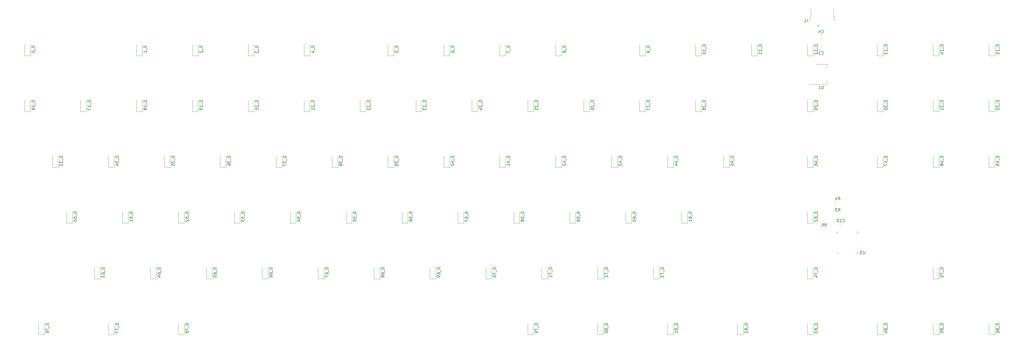
<source format=gbr>
G04 #@! TF.GenerationSoftware,KiCad,Pcbnew,(5.1.12)-1*
G04 #@! TF.CreationDate,2023-01-19T19:38:23-07:00*
G04 #@! TF.ProjectId,keyboard,6b657962-6f61-4726-942e-6b696361645f,rev?*
G04 #@! TF.SameCoordinates,Original*
G04 #@! TF.FileFunction,Legend,Bot*
G04 #@! TF.FilePolarity,Positive*
%FSLAX46Y46*%
G04 Gerber Fmt 4.6, Leading zero omitted, Abs format (unit mm)*
G04 Created by KiCad (PCBNEW (5.1.12)-1) date 2023-01-19 19:38:23*
%MOMM*%
%LPD*%
G01*
G04 APERTURE LIST*
%ADD10C,0.120000*%
%ADD11C,0.150000*%
G04 APERTURE END LIST*
D10*
X287531000Y-1650000D02*
X287131000Y-2100000D01*
X287131000Y-2100000D02*
X287931000Y-2100000D01*
X287931000Y-2100000D02*
X287531000Y-1650000D01*
X292681000Y3950000D02*
X292681000Y1150000D01*
X292681000Y1150000D02*
X292981000Y1150000D01*
X292981000Y1150000D02*
X292981000Y-400000D01*
X284981000Y3950000D02*
X284981000Y1150000D01*
X284681000Y1150000D02*
X284981000Y1150000D01*
X284681000Y1150000D02*
X284681000Y-400000D01*
X300394000Y-79683000D02*
X301044000Y-79683000D01*
X301044000Y-79683000D02*
X301044000Y-79033000D01*
X294474000Y-72463000D02*
X293824000Y-72463000D01*
X293824000Y-72463000D02*
X293824000Y-73113000D01*
X300394000Y-72463000D02*
X301044000Y-72463000D01*
X301044000Y-72463000D02*
X301044000Y-73113000D01*
X294474000Y-79683000D02*
X293824000Y-79683000D01*
X290454000Y-15132000D02*
X290454000Y-16392000D01*
X290454000Y-21952000D02*
X290454000Y-20692000D01*
X286694000Y-15132000D02*
X290454000Y-15132000D01*
X284444000Y-21952000D02*
X290454000Y-21952000D01*
X289667836Y-70887000D02*
X289452164Y-70887000D01*
X289667836Y-71607000D02*
X289452164Y-71607000D01*
X293135164Y-62717000D02*
X293350836Y-62717000D01*
X293135164Y-61997000D02*
X293350836Y-61997000D01*
X293135164Y-64114000D02*
X293350836Y-64114000D01*
X293135164Y-63394000D02*
X293350836Y-63394000D01*
X295255836Y-69363000D02*
X295040164Y-69363000D01*
X295255836Y-70083000D02*
X295040164Y-70083000D01*
X288678252Y-4980000D02*
X288155748Y-4980000D01*
X288678252Y-6450000D02*
X288155748Y-6450000D01*
X288155748Y-10387000D02*
X288678252Y-10387000D01*
X288155748Y-8917000D02*
X288678252Y-8917000D01*
X19050000Y-12275000D02*
X17050000Y-12275000D01*
X17050000Y-12275000D02*
X17050000Y-8375000D01*
X19050000Y-12275000D02*
X19050000Y-8375000D01*
X57150000Y-12275000D02*
X55150000Y-12275000D01*
X55150000Y-12275000D02*
X55150000Y-8375000D01*
X57150000Y-12275000D02*
X57150000Y-8375000D01*
X76200000Y-12275000D02*
X74200000Y-12275000D01*
X74200000Y-12275000D02*
X74200000Y-8375000D01*
X76200000Y-12275000D02*
X76200000Y-8375000D01*
X95250000Y-12275000D02*
X93250000Y-12275000D01*
X93250000Y-12275000D02*
X93250000Y-8375000D01*
X95250000Y-12275000D02*
X95250000Y-8375000D01*
X114300000Y-12275000D02*
X112300000Y-12275000D01*
X112300000Y-12275000D02*
X112300000Y-8375000D01*
X114300000Y-12275000D02*
X114300000Y-8375000D01*
X142875000Y-12275000D02*
X140875000Y-12275000D01*
X140875000Y-12275000D02*
X140875000Y-8375000D01*
X142875000Y-12275000D02*
X142875000Y-8375000D01*
X161925000Y-12275000D02*
X159925000Y-12275000D01*
X159925000Y-12275000D02*
X159925000Y-8375000D01*
X161925000Y-12275000D02*
X161925000Y-8375000D01*
X180975000Y-12275000D02*
X178975000Y-12275000D01*
X178975000Y-12275000D02*
X178975000Y-8375000D01*
X180975000Y-12275000D02*
X180975000Y-8375000D01*
X200025000Y-12275000D02*
X198025000Y-12275000D01*
X198025000Y-12275000D02*
X198025000Y-8375000D01*
X200025000Y-12275000D02*
X200025000Y-8375000D01*
X228600000Y-12275000D02*
X226600000Y-12275000D01*
X226600000Y-12275000D02*
X226600000Y-8375000D01*
X228600000Y-12275000D02*
X228600000Y-8375000D01*
X247650000Y-12275000D02*
X245650000Y-12275000D01*
X245650000Y-12275000D02*
X245650000Y-8375000D01*
X247650000Y-12275000D02*
X247650000Y-8375000D01*
X266700000Y-12275000D02*
X264700000Y-12275000D01*
X264700000Y-12275000D02*
X264700000Y-8375000D01*
X266700000Y-12275000D02*
X266700000Y-8375000D01*
X285750000Y-12275000D02*
X283750000Y-12275000D01*
X283750000Y-12275000D02*
X283750000Y-8375000D01*
X285750000Y-12275000D02*
X285750000Y-8375000D01*
X309562500Y-12275000D02*
X307562500Y-12275000D01*
X307562500Y-12275000D02*
X307562500Y-8375000D01*
X309562500Y-12275000D02*
X309562500Y-8375000D01*
X328612500Y-12275000D02*
X326612500Y-12275000D01*
X326612500Y-12275000D02*
X326612500Y-8375000D01*
X328612500Y-12275000D02*
X328612500Y-8375000D01*
X347662500Y-12275000D02*
X345662500Y-12275000D01*
X345662500Y-12275000D02*
X345662500Y-8375000D01*
X347662500Y-12275000D02*
X347662500Y-8375000D01*
X19050000Y-31325000D02*
X17050000Y-31325000D01*
X17050000Y-31325000D02*
X17050000Y-27425000D01*
X19050000Y-31325000D02*
X19050000Y-27425000D01*
X38100000Y-31325000D02*
X36100000Y-31325000D01*
X36100000Y-31325000D02*
X36100000Y-27425000D01*
X38100000Y-31325000D02*
X38100000Y-27425000D01*
X57150000Y-31325000D02*
X55150000Y-31325000D01*
X55150000Y-31325000D02*
X55150000Y-27425000D01*
X57150000Y-31325000D02*
X57150000Y-27425000D01*
X76200000Y-31325000D02*
X74200000Y-31325000D01*
X74200000Y-31325000D02*
X74200000Y-27425000D01*
X76200000Y-31325000D02*
X76200000Y-27425000D01*
X95250000Y-31325000D02*
X93250000Y-31325000D01*
X93250000Y-31325000D02*
X93250000Y-27425000D01*
X95250000Y-31325000D02*
X95250000Y-27425000D01*
X114300000Y-31325000D02*
X112300000Y-31325000D01*
X112300000Y-31325000D02*
X112300000Y-27425000D01*
X114300000Y-31325000D02*
X114300000Y-27425000D01*
X133350000Y-31325000D02*
X131350000Y-31325000D01*
X131350000Y-31325000D02*
X131350000Y-27425000D01*
X133350000Y-31325000D02*
X133350000Y-27425000D01*
X152400000Y-31325000D02*
X150400000Y-31325000D01*
X150400000Y-31325000D02*
X150400000Y-27425000D01*
X152400000Y-31325000D02*
X152400000Y-27425000D01*
X171450000Y-31325000D02*
X169450000Y-31325000D01*
X169450000Y-31325000D02*
X169450000Y-27425000D01*
X171450000Y-31325000D02*
X171450000Y-27425000D01*
X190500000Y-31325000D02*
X188500000Y-31325000D01*
X188500000Y-31325000D02*
X188500000Y-27425000D01*
X190500000Y-31325000D02*
X190500000Y-27425000D01*
X209550000Y-31325000D02*
X207550000Y-31325000D01*
X207550000Y-31325000D02*
X207550000Y-27425000D01*
X209550000Y-31325000D02*
X209550000Y-27425000D01*
X228600000Y-31325000D02*
X226600000Y-31325000D01*
X226600000Y-31325000D02*
X226600000Y-27425000D01*
X228600000Y-31325000D02*
X228600000Y-27425000D01*
X247650000Y-31325000D02*
X245650000Y-31325000D01*
X245650000Y-31325000D02*
X245650000Y-27425000D01*
X247650000Y-31325000D02*
X247650000Y-27425000D01*
X285750000Y-31325000D02*
X283750000Y-31325000D01*
X283750000Y-31325000D02*
X283750000Y-27425000D01*
X285750000Y-31325000D02*
X285750000Y-27425000D01*
X309562500Y-31325000D02*
X307562500Y-31325000D01*
X307562500Y-31325000D02*
X307562500Y-27425000D01*
X309562500Y-31325000D02*
X309562500Y-27425000D01*
X328612500Y-31325000D02*
X326612500Y-31325000D01*
X326612500Y-31325000D02*
X326612500Y-27425000D01*
X328612500Y-31325000D02*
X328612500Y-27425000D01*
X347662500Y-31325000D02*
X345662500Y-31325000D01*
X345662500Y-31325000D02*
X345662500Y-27425000D01*
X347662500Y-31325000D02*
X347662500Y-27425000D01*
X28575000Y-50375000D02*
X26575000Y-50375000D01*
X26575000Y-50375000D02*
X26575000Y-46475000D01*
X28575000Y-50375000D02*
X28575000Y-46475000D01*
X47625000Y-50375000D02*
X45625000Y-50375000D01*
X45625000Y-50375000D02*
X45625000Y-46475000D01*
X47625000Y-50375000D02*
X47625000Y-46475000D01*
X66675000Y-50375000D02*
X64675000Y-50375000D01*
X64675000Y-50375000D02*
X64675000Y-46475000D01*
X66675000Y-50375000D02*
X66675000Y-46475000D01*
X85725000Y-50375000D02*
X83725000Y-50375000D01*
X83725000Y-50375000D02*
X83725000Y-46475000D01*
X85725000Y-50375000D02*
X85725000Y-46475000D01*
X104775000Y-50375000D02*
X102775000Y-50375000D01*
X102775000Y-50375000D02*
X102775000Y-46475000D01*
X104775000Y-50375000D02*
X104775000Y-46475000D01*
X123825000Y-50375000D02*
X121825000Y-50375000D01*
X121825000Y-50375000D02*
X121825000Y-46475000D01*
X123825000Y-50375000D02*
X123825000Y-46475000D01*
X142875000Y-50375000D02*
X140875000Y-50375000D01*
X140875000Y-50375000D02*
X140875000Y-46475000D01*
X142875000Y-50375000D02*
X142875000Y-46475000D01*
X161925000Y-50375000D02*
X159925000Y-50375000D01*
X159925000Y-50375000D02*
X159925000Y-46475000D01*
X161925000Y-50375000D02*
X161925000Y-46475000D01*
X180975000Y-50375000D02*
X178975000Y-50375000D01*
X178975000Y-50375000D02*
X178975000Y-46475000D01*
X180975000Y-50375000D02*
X180975000Y-46475000D01*
X200025000Y-50375000D02*
X198025000Y-50375000D01*
X198025000Y-50375000D02*
X198025000Y-46475000D01*
X200025000Y-50375000D02*
X200025000Y-46475000D01*
X219075000Y-50375000D02*
X217075000Y-50375000D01*
X217075000Y-50375000D02*
X217075000Y-46475000D01*
X219075000Y-50375000D02*
X219075000Y-46475000D01*
X238125000Y-50375000D02*
X236125000Y-50375000D01*
X236125000Y-50375000D02*
X236125000Y-46475000D01*
X238125000Y-50375000D02*
X238125000Y-46475000D01*
X257175000Y-50375000D02*
X255175000Y-50375000D01*
X255175000Y-50375000D02*
X255175000Y-46475000D01*
X257175000Y-50375000D02*
X257175000Y-46475000D01*
X285750000Y-50375000D02*
X283750000Y-50375000D01*
X283750000Y-50375000D02*
X283750000Y-46475000D01*
X285750000Y-50375000D02*
X285750000Y-46475000D01*
X309562500Y-50375000D02*
X307562500Y-50375000D01*
X307562500Y-50375000D02*
X307562500Y-46475000D01*
X309562500Y-50375000D02*
X309562500Y-46475000D01*
X328612500Y-50375000D02*
X326612500Y-50375000D01*
X326612500Y-50375000D02*
X326612500Y-46475000D01*
X328612500Y-50375000D02*
X328612500Y-46475000D01*
X347662500Y-50375000D02*
X345662500Y-50375000D01*
X345662500Y-50375000D02*
X345662500Y-46475000D01*
X347662500Y-50375000D02*
X347662500Y-46475000D01*
X33337500Y-69425000D02*
X31337500Y-69425000D01*
X31337500Y-69425000D02*
X31337500Y-65525000D01*
X33337500Y-69425000D02*
X33337500Y-65525000D01*
X52387500Y-69425000D02*
X50387500Y-69425000D01*
X50387500Y-69425000D02*
X50387500Y-65525000D01*
X52387500Y-69425000D02*
X52387500Y-65525000D01*
X71437500Y-69425000D02*
X69437500Y-69425000D01*
X69437500Y-69425000D02*
X69437500Y-65525000D01*
X71437500Y-69425000D02*
X71437500Y-65525000D01*
X90487500Y-69425000D02*
X88487500Y-69425000D01*
X88487500Y-69425000D02*
X88487500Y-65525000D01*
X90487500Y-69425000D02*
X90487500Y-65525000D01*
X109537500Y-69425000D02*
X107537500Y-69425000D01*
X107537500Y-69425000D02*
X107537500Y-65525000D01*
X109537500Y-69425000D02*
X109537500Y-65525000D01*
X128587500Y-69425000D02*
X126587500Y-69425000D01*
X126587500Y-69425000D02*
X126587500Y-65525000D01*
X128587500Y-69425000D02*
X128587500Y-65525000D01*
X147637500Y-69425000D02*
X145637500Y-69425000D01*
X145637500Y-69425000D02*
X145637500Y-65525000D01*
X147637500Y-69425000D02*
X147637500Y-65525000D01*
X166687500Y-69425000D02*
X164687500Y-69425000D01*
X164687500Y-69425000D02*
X164687500Y-65525000D01*
X166687500Y-69425000D02*
X166687500Y-65525000D01*
X185737500Y-69425000D02*
X183737500Y-69425000D01*
X183737500Y-69425000D02*
X183737500Y-65525000D01*
X185737500Y-69425000D02*
X185737500Y-65525000D01*
X204787500Y-69425000D02*
X202787500Y-69425000D01*
X202787500Y-69425000D02*
X202787500Y-65525000D01*
X204787500Y-69425000D02*
X204787500Y-65525000D01*
X223837500Y-69425000D02*
X221837500Y-69425000D01*
X221837500Y-69425000D02*
X221837500Y-65525000D01*
X223837500Y-69425000D02*
X223837500Y-65525000D01*
X242887500Y-69425000D02*
X240887500Y-69425000D01*
X240887500Y-69425000D02*
X240887500Y-65525000D01*
X242887500Y-69425000D02*
X242887500Y-65525000D01*
X285750000Y-69425000D02*
X283750000Y-69425000D01*
X283750000Y-69425000D02*
X283750000Y-65525000D01*
X285750000Y-69425000D02*
X285750000Y-65525000D01*
X42862500Y-88475000D02*
X40862500Y-88475000D01*
X40862500Y-88475000D02*
X40862500Y-84575000D01*
X42862500Y-88475000D02*
X42862500Y-84575000D01*
X61912500Y-88475000D02*
X59912500Y-88475000D01*
X59912500Y-88475000D02*
X59912500Y-84575000D01*
X61912500Y-88475000D02*
X61912500Y-84575000D01*
X80962500Y-88475000D02*
X78962500Y-88475000D01*
X78962500Y-88475000D02*
X78962500Y-84575000D01*
X80962500Y-88475000D02*
X80962500Y-84575000D01*
X100012500Y-88475000D02*
X98012500Y-88475000D01*
X98012500Y-88475000D02*
X98012500Y-84575000D01*
X100012500Y-88475000D02*
X100012500Y-84575000D01*
X119062500Y-88475000D02*
X117062500Y-88475000D01*
X117062500Y-88475000D02*
X117062500Y-84575000D01*
X119062500Y-88475000D02*
X119062500Y-84575000D01*
X138112500Y-88475000D02*
X136112500Y-88475000D01*
X136112500Y-88475000D02*
X136112500Y-84575000D01*
X138112500Y-88475000D02*
X138112500Y-84575000D01*
X157162500Y-88475000D02*
X155162500Y-88475000D01*
X155162500Y-88475000D02*
X155162500Y-84575000D01*
X157162500Y-88475000D02*
X157162500Y-84575000D01*
X176212500Y-88475000D02*
X174212500Y-88475000D01*
X174212500Y-88475000D02*
X174212500Y-84575000D01*
X176212500Y-88475000D02*
X176212500Y-84575000D01*
X195262500Y-88475000D02*
X193262500Y-88475000D01*
X193262500Y-88475000D02*
X193262500Y-84575000D01*
X195262500Y-88475000D02*
X195262500Y-84575000D01*
X214312500Y-88475000D02*
X212312500Y-88475000D01*
X212312500Y-88475000D02*
X212312500Y-84575000D01*
X214312500Y-88475000D02*
X214312500Y-84575000D01*
X233362500Y-88475000D02*
X231362500Y-88475000D01*
X231362500Y-88475000D02*
X231362500Y-84575000D01*
X233362500Y-88475000D02*
X233362500Y-84575000D01*
X285750000Y-88475000D02*
X283750000Y-88475000D01*
X283750000Y-88475000D02*
X283750000Y-84575000D01*
X285750000Y-88475000D02*
X285750000Y-84575000D01*
X328612500Y-88475000D02*
X326612500Y-88475000D01*
X326612500Y-88475000D02*
X326612500Y-84575000D01*
X328612500Y-88475000D02*
X328612500Y-84575000D01*
X23812500Y-107525000D02*
X21812500Y-107525000D01*
X21812500Y-107525000D02*
X21812500Y-103625000D01*
X23812500Y-107525000D02*
X23812500Y-103625000D01*
X47625000Y-107525000D02*
X45625000Y-107525000D01*
X45625000Y-107525000D02*
X45625000Y-103625000D01*
X47625000Y-107525000D02*
X47625000Y-103625000D01*
X71437500Y-107525000D02*
X69437500Y-107525000D01*
X69437500Y-107525000D02*
X69437500Y-103625000D01*
X71437500Y-107525000D02*
X71437500Y-103625000D01*
X190500000Y-107525000D02*
X188500000Y-107525000D01*
X188500000Y-107525000D02*
X188500000Y-103625000D01*
X190500000Y-107525000D02*
X190500000Y-103625000D01*
X214312500Y-107525000D02*
X212312500Y-107525000D01*
X212312500Y-107525000D02*
X212312500Y-103625000D01*
X214312500Y-107525000D02*
X214312500Y-103625000D01*
X238125000Y-107525000D02*
X236125000Y-107525000D01*
X236125000Y-107525000D02*
X236125000Y-103625000D01*
X238125000Y-107525000D02*
X238125000Y-103625000D01*
X261937500Y-107525000D02*
X259937500Y-107525000D01*
X259937500Y-107525000D02*
X259937500Y-103625000D01*
X261937500Y-107525000D02*
X261937500Y-103625000D01*
X285750000Y-107525000D02*
X283750000Y-107525000D01*
X283750000Y-107525000D02*
X283750000Y-103625000D01*
X285750000Y-107525000D02*
X285750000Y-103625000D01*
X309562500Y-107525000D02*
X307562500Y-107525000D01*
X307562500Y-107525000D02*
X307562500Y-103625000D01*
X309562500Y-107525000D02*
X309562500Y-103625000D01*
X328612500Y-107525000D02*
X326612500Y-107525000D01*
X326612500Y-107525000D02*
X326612500Y-103625000D01*
X328612500Y-107525000D02*
X328612500Y-103625000D01*
X347662500Y-107525000D02*
X345662500Y-107525000D01*
X345662500Y-107525000D02*
X345662500Y-103625000D01*
X347662500Y-107525000D02*
X347662500Y-103625000D01*
D11*
X283824333Y297619D02*
X283824333Y-416666D01*
X283871952Y-559523D01*
X283967190Y-654761D01*
X284110047Y-702380D01*
X284205285Y-702380D01*
X282824333Y-702380D02*
X283395761Y-702380D01*
X283110047Y-702380D02*
X283110047Y297619D01*
X283205285Y154761D01*
X283300523Y59523D01*
X283395761Y11904D01*
X303402904Y-78954380D02*
X303402904Y-79763904D01*
X303355285Y-79859142D01*
X303307666Y-79906761D01*
X303212428Y-79954380D01*
X303021952Y-79954380D01*
X302926714Y-79906761D01*
X302879095Y-79859142D01*
X302831476Y-79763904D01*
X302831476Y-78954380D01*
X302450523Y-78954380D02*
X301831476Y-78954380D01*
X302164809Y-79335333D01*
X302021952Y-79335333D01*
X301926714Y-79382952D01*
X301879095Y-79430571D01*
X301831476Y-79525809D01*
X301831476Y-79763904D01*
X301879095Y-79859142D01*
X301926714Y-79906761D01*
X302021952Y-79954380D01*
X302307666Y-79954380D01*
X302402904Y-79906761D01*
X302450523Y-79859142D01*
X289305904Y-22494380D02*
X289305904Y-23303904D01*
X289258285Y-23399142D01*
X289210666Y-23446761D01*
X289115428Y-23494380D01*
X288924952Y-23494380D01*
X288829714Y-23446761D01*
X288782095Y-23399142D01*
X288734476Y-23303904D01*
X288734476Y-22494380D01*
X287734476Y-23494380D02*
X288305904Y-23494380D01*
X288020190Y-23494380D02*
X288020190Y-22494380D01*
X288115428Y-22637238D01*
X288210666Y-22732476D01*
X288305904Y-22780095D01*
X289726666Y-70539380D02*
X290060000Y-70063190D01*
X290298095Y-70539380D02*
X290298095Y-69539380D01*
X289917142Y-69539380D01*
X289821904Y-69587000D01*
X289774285Y-69634619D01*
X289726666Y-69729857D01*
X289726666Y-69872714D01*
X289774285Y-69967952D01*
X289821904Y-70015571D01*
X289917142Y-70063190D01*
X290298095Y-70063190D01*
X288821904Y-69539380D02*
X289298095Y-69539380D01*
X289345714Y-70015571D01*
X289298095Y-69967952D01*
X289202857Y-69920333D01*
X288964761Y-69920333D01*
X288869523Y-69967952D01*
X288821904Y-70015571D01*
X288774285Y-70110809D01*
X288774285Y-70348904D01*
X288821904Y-70444142D01*
X288869523Y-70491761D01*
X288964761Y-70539380D01*
X289202857Y-70539380D01*
X289298095Y-70491761D01*
X289345714Y-70444142D01*
X294298666Y-61539380D02*
X294632000Y-61063190D01*
X294870095Y-61539380D02*
X294870095Y-60539380D01*
X294489142Y-60539380D01*
X294393904Y-60587000D01*
X294346285Y-60634619D01*
X294298666Y-60729857D01*
X294298666Y-60872714D01*
X294346285Y-60967952D01*
X294393904Y-61015571D01*
X294489142Y-61063190D01*
X294870095Y-61063190D01*
X293441523Y-60872714D02*
X293441523Y-61539380D01*
X293679619Y-60491761D02*
X293917714Y-61206047D01*
X293298666Y-61206047D01*
X294298666Y-65366380D02*
X294632000Y-64890190D01*
X294870095Y-65366380D02*
X294870095Y-64366380D01*
X294489142Y-64366380D01*
X294393904Y-64414000D01*
X294346285Y-64461619D01*
X294298666Y-64556857D01*
X294298666Y-64699714D01*
X294346285Y-64794952D01*
X294393904Y-64842571D01*
X294489142Y-64890190D01*
X294870095Y-64890190D01*
X293965333Y-64366380D02*
X293346285Y-64366380D01*
X293679619Y-64747333D01*
X293536761Y-64747333D01*
X293441523Y-64794952D01*
X293393904Y-64842571D01*
X293346285Y-64937809D01*
X293346285Y-65175904D01*
X293393904Y-65271142D01*
X293441523Y-65318761D01*
X293536761Y-65366380D01*
X293822476Y-65366380D01*
X293917714Y-65318761D01*
X293965333Y-65271142D01*
X295790857Y-68920142D02*
X295838476Y-68967761D01*
X295981333Y-69015380D01*
X296076571Y-69015380D01*
X296219428Y-68967761D01*
X296314666Y-68872523D01*
X296362285Y-68777285D01*
X296409904Y-68586809D01*
X296409904Y-68443952D01*
X296362285Y-68253476D01*
X296314666Y-68158238D01*
X296219428Y-68063000D01*
X296076571Y-68015380D01*
X295981333Y-68015380D01*
X295838476Y-68063000D01*
X295790857Y-68110619D01*
X294838476Y-69015380D02*
X295409904Y-69015380D01*
X295124190Y-69015380D02*
X295124190Y-68015380D01*
X295219428Y-68158238D01*
X295314666Y-68253476D01*
X295409904Y-68301095D01*
X294219428Y-68015380D02*
X294124190Y-68015380D01*
X294028952Y-68063000D01*
X293981333Y-68110619D01*
X293933714Y-68205857D01*
X293886095Y-68396333D01*
X293886095Y-68634428D01*
X293933714Y-68824904D01*
X293981333Y-68920142D01*
X294028952Y-68967761D01*
X294124190Y-69015380D01*
X294219428Y-69015380D01*
X294314666Y-68967761D01*
X294362285Y-68920142D01*
X294409904Y-68824904D01*
X294457523Y-68634428D01*
X294457523Y-68396333D01*
X294409904Y-68205857D01*
X294362285Y-68110619D01*
X294314666Y-68063000D01*
X294219428Y-68015380D01*
X288583666Y-4392142D02*
X288631285Y-4439761D01*
X288774142Y-4487380D01*
X288869380Y-4487380D01*
X289012238Y-4439761D01*
X289107476Y-4344523D01*
X289155095Y-4249285D01*
X289202714Y-4058809D01*
X289202714Y-3915952D01*
X289155095Y-3725476D01*
X289107476Y-3630238D01*
X289012238Y-3535000D01*
X288869380Y-3487380D01*
X288774142Y-3487380D01*
X288631285Y-3535000D01*
X288583666Y-3582619D01*
X287726523Y-3820714D02*
X287726523Y-4487380D01*
X287964619Y-3439761D02*
X288202714Y-4154047D01*
X287583666Y-4154047D01*
X288583666Y-11689142D02*
X288631285Y-11736761D01*
X288774142Y-11784380D01*
X288869380Y-11784380D01*
X289012238Y-11736761D01*
X289107476Y-11641523D01*
X289155095Y-11546285D01*
X289202714Y-11355809D01*
X289202714Y-11212952D01*
X289155095Y-11022476D01*
X289107476Y-10927238D01*
X289012238Y-10832000D01*
X288869380Y-10784380D01*
X288774142Y-10784380D01*
X288631285Y-10832000D01*
X288583666Y-10879619D01*
X287631285Y-11784380D02*
X288202714Y-11784380D01*
X287917000Y-11784380D02*
X287917000Y-10784380D01*
X288012238Y-10927238D01*
X288107476Y-11022476D01*
X288202714Y-11070095D01*
X20502380Y-8905952D02*
X19502380Y-8905952D01*
X19502380Y-9144047D01*
X19550000Y-9286904D01*
X19645238Y-9382142D01*
X19740476Y-9429761D01*
X19930952Y-9477380D01*
X20073809Y-9477380D01*
X20264285Y-9429761D01*
X20359523Y-9382142D01*
X20454761Y-9286904D01*
X20502380Y-9144047D01*
X20502380Y-8905952D01*
X20597619Y-9667857D02*
X20597619Y-10429761D01*
X19502380Y-10858333D02*
X19502380Y-10953571D01*
X19550000Y-11048809D01*
X19597619Y-11096428D01*
X19692857Y-11144047D01*
X19883333Y-11191666D01*
X20121428Y-11191666D01*
X20311904Y-11144047D01*
X20407142Y-11096428D01*
X20454761Y-11048809D01*
X20502380Y-10953571D01*
X20502380Y-10858333D01*
X20454761Y-10763095D01*
X20407142Y-10715476D01*
X20311904Y-10667857D01*
X20121428Y-10620238D01*
X19883333Y-10620238D01*
X19692857Y-10667857D01*
X19597619Y-10715476D01*
X19550000Y-10763095D01*
X19502380Y-10858333D01*
X58602380Y-8905952D02*
X57602380Y-8905952D01*
X57602380Y-9144047D01*
X57650000Y-9286904D01*
X57745238Y-9382142D01*
X57840476Y-9429761D01*
X58030952Y-9477380D01*
X58173809Y-9477380D01*
X58364285Y-9429761D01*
X58459523Y-9382142D01*
X58554761Y-9286904D01*
X58602380Y-9144047D01*
X58602380Y-8905952D01*
X58697619Y-9667857D02*
X58697619Y-10429761D01*
X58602380Y-11191666D02*
X58602380Y-10620238D01*
X58602380Y-10905952D02*
X57602380Y-10905952D01*
X57745238Y-10810714D01*
X57840476Y-10715476D01*
X57888095Y-10620238D01*
X77652380Y-8905952D02*
X76652380Y-8905952D01*
X76652380Y-9144047D01*
X76700000Y-9286904D01*
X76795238Y-9382142D01*
X76890476Y-9429761D01*
X77080952Y-9477380D01*
X77223809Y-9477380D01*
X77414285Y-9429761D01*
X77509523Y-9382142D01*
X77604761Y-9286904D01*
X77652380Y-9144047D01*
X77652380Y-8905952D01*
X77747619Y-9667857D02*
X77747619Y-10429761D01*
X76747619Y-10620238D02*
X76700000Y-10667857D01*
X76652380Y-10763095D01*
X76652380Y-11001190D01*
X76700000Y-11096428D01*
X76747619Y-11144047D01*
X76842857Y-11191666D01*
X76938095Y-11191666D01*
X77080952Y-11144047D01*
X77652380Y-10572619D01*
X77652380Y-11191666D01*
X96702380Y-8905952D02*
X95702380Y-8905952D01*
X95702380Y-9144047D01*
X95750000Y-9286904D01*
X95845238Y-9382142D01*
X95940476Y-9429761D01*
X96130952Y-9477380D01*
X96273809Y-9477380D01*
X96464285Y-9429761D01*
X96559523Y-9382142D01*
X96654761Y-9286904D01*
X96702380Y-9144047D01*
X96702380Y-8905952D01*
X96797619Y-9667857D02*
X96797619Y-10429761D01*
X95702380Y-10572619D02*
X95702380Y-11191666D01*
X96083333Y-10858333D01*
X96083333Y-11001190D01*
X96130952Y-11096428D01*
X96178571Y-11144047D01*
X96273809Y-11191666D01*
X96511904Y-11191666D01*
X96607142Y-11144047D01*
X96654761Y-11096428D01*
X96702380Y-11001190D01*
X96702380Y-10715476D01*
X96654761Y-10620238D01*
X96607142Y-10572619D01*
X115752380Y-8905952D02*
X114752380Y-8905952D01*
X114752380Y-9144047D01*
X114800000Y-9286904D01*
X114895238Y-9382142D01*
X114990476Y-9429761D01*
X115180952Y-9477380D01*
X115323809Y-9477380D01*
X115514285Y-9429761D01*
X115609523Y-9382142D01*
X115704761Y-9286904D01*
X115752380Y-9144047D01*
X115752380Y-8905952D01*
X115847619Y-9667857D02*
X115847619Y-10429761D01*
X115085714Y-11096428D02*
X115752380Y-11096428D01*
X114704761Y-10858333D02*
X115419047Y-10620238D01*
X115419047Y-11239285D01*
X144327380Y-8905952D02*
X143327380Y-8905952D01*
X143327380Y-9144047D01*
X143375000Y-9286904D01*
X143470238Y-9382142D01*
X143565476Y-9429761D01*
X143755952Y-9477380D01*
X143898809Y-9477380D01*
X144089285Y-9429761D01*
X144184523Y-9382142D01*
X144279761Y-9286904D01*
X144327380Y-9144047D01*
X144327380Y-8905952D01*
X144422619Y-9667857D02*
X144422619Y-10429761D01*
X143327380Y-11144047D02*
X143327380Y-10667857D01*
X143803571Y-10620238D01*
X143755952Y-10667857D01*
X143708333Y-10763095D01*
X143708333Y-11001190D01*
X143755952Y-11096428D01*
X143803571Y-11144047D01*
X143898809Y-11191666D01*
X144136904Y-11191666D01*
X144232142Y-11144047D01*
X144279761Y-11096428D01*
X144327380Y-11001190D01*
X144327380Y-10763095D01*
X144279761Y-10667857D01*
X144232142Y-10620238D01*
X163377380Y-8905952D02*
X162377380Y-8905952D01*
X162377380Y-9144047D01*
X162425000Y-9286904D01*
X162520238Y-9382142D01*
X162615476Y-9429761D01*
X162805952Y-9477380D01*
X162948809Y-9477380D01*
X163139285Y-9429761D01*
X163234523Y-9382142D01*
X163329761Y-9286904D01*
X163377380Y-9144047D01*
X163377380Y-8905952D01*
X163472619Y-9667857D02*
X163472619Y-10429761D01*
X162377380Y-11096428D02*
X162377380Y-10905952D01*
X162425000Y-10810714D01*
X162472619Y-10763095D01*
X162615476Y-10667857D01*
X162805952Y-10620238D01*
X163186904Y-10620238D01*
X163282142Y-10667857D01*
X163329761Y-10715476D01*
X163377380Y-10810714D01*
X163377380Y-11001190D01*
X163329761Y-11096428D01*
X163282142Y-11144047D01*
X163186904Y-11191666D01*
X162948809Y-11191666D01*
X162853571Y-11144047D01*
X162805952Y-11096428D01*
X162758333Y-11001190D01*
X162758333Y-10810714D01*
X162805952Y-10715476D01*
X162853571Y-10667857D01*
X162948809Y-10620238D01*
X182427380Y-8905952D02*
X181427380Y-8905952D01*
X181427380Y-9144047D01*
X181475000Y-9286904D01*
X181570238Y-9382142D01*
X181665476Y-9429761D01*
X181855952Y-9477380D01*
X181998809Y-9477380D01*
X182189285Y-9429761D01*
X182284523Y-9382142D01*
X182379761Y-9286904D01*
X182427380Y-9144047D01*
X182427380Y-8905952D01*
X182522619Y-9667857D02*
X182522619Y-10429761D01*
X181427380Y-10572619D02*
X181427380Y-11239285D01*
X182427380Y-10810714D01*
X201477380Y-8905952D02*
X200477380Y-8905952D01*
X200477380Y-9144047D01*
X200525000Y-9286904D01*
X200620238Y-9382142D01*
X200715476Y-9429761D01*
X200905952Y-9477380D01*
X201048809Y-9477380D01*
X201239285Y-9429761D01*
X201334523Y-9382142D01*
X201429761Y-9286904D01*
X201477380Y-9144047D01*
X201477380Y-8905952D01*
X201572619Y-9667857D02*
X201572619Y-10429761D01*
X200905952Y-10810714D02*
X200858333Y-10715476D01*
X200810714Y-10667857D01*
X200715476Y-10620238D01*
X200667857Y-10620238D01*
X200572619Y-10667857D01*
X200525000Y-10715476D01*
X200477380Y-10810714D01*
X200477380Y-11001190D01*
X200525000Y-11096428D01*
X200572619Y-11144047D01*
X200667857Y-11191666D01*
X200715476Y-11191666D01*
X200810714Y-11144047D01*
X200858333Y-11096428D01*
X200905952Y-11001190D01*
X200905952Y-10810714D01*
X200953571Y-10715476D01*
X201001190Y-10667857D01*
X201096428Y-10620238D01*
X201286904Y-10620238D01*
X201382142Y-10667857D01*
X201429761Y-10715476D01*
X201477380Y-10810714D01*
X201477380Y-11001190D01*
X201429761Y-11096428D01*
X201382142Y-11144047D01*
X201286904Y-11191666D01*
X201096428Y-11191666D01*
X201001190Y-11144047D01*
X200953571Y-11096428D01*
X200905952Y-11001190D01*
X230052380Y-8905952D02*
X229052380Y-8905952D01*
X229052380Y-9144047D01*
X229100000Y-9286904D01*
X229195238Y-9382142D01*
X229290476Y-9429761D01*
X229480952Y-9477380D01*
X229623809Y-9477380D01*
X229814285Y-9429761D01*
X229909523Y-9382142D01*
X230004761Y-9286904D01*
X230052380Y-9144047D01*
X230052380Y-8905952D01*
X230147619Y-9667857D02*
X230147619Y-10429761D01*
X230052380Y-10715476D02*
X230052380Y-10905952D01*
X230004761Y-11001190D01*
X229957142Y-11048809D01*
X229814285Y-11144047D01*
X229623809Y-11191666D01*
X229242857Y-11191666D01*
X229147619Y-11144047D01*
X229100000Y-11096428D01*
X229052380Y-11001190D01*
X229052380Y-10810714D01*
X229100000Y-10715476D01*
X229147619Y-10667857D01*
X229242857Y-10620238D01*
X229480952Y-10620238D01*
X229576190Y-10667857D01*
X229623809Y-10715476D01*
X229671428Y-10810714D01*
X229671428Y-11001190D01*
X229623809Y-11096428D01*
X229576190Y-11144047D01*
X229480952Y-11191666D01*
X249102380Y-8429761D02*
X248102380Y-8429761D01*
X248102380Y-8667857D01*
X248150000Y-8810714D01*
X248245238Y-8905952D01*
X248340476Y-8953571D01*
X248530952Y-9001190D01*
X248673809Y-9001190D01*
X248864285Y-8953571D01*
X248959523Y-8905952D01*
X249054761Y-8810714D01*
X249102380Y-8667857D01*
X249102380Y-8429761D01*
X249197619Y-9191666D02*
X249197619Y-9953571D01*
X249102380Y-10715476D02*
X249102380Y-10144047D01*
X249102380Y-10429761D02*
X248102380Y-10429761D01*
X248245238Y-10334523D01*
X248340476Y-10239285D01*
X248388095Y-10144047D01*
X248102380Y-11334523D02*
X248102380Y-11429761D01*
X248150000Y-11525000D01*
X248197619Y-11572619D01*
X248292857Y-11620238D01*
X248483333Y-11667857D01*
X248721428Y-11667857D01*
X248911904Y-11620238D01*
X249007142Y-11572619D01*
X249054761Y-11525000D01*
X249102380Y-11429761D01*
X249102380Y-11334523D01*
X249054761Y-11239285D01*
X249007142Y-11191666D01*
X248911904Y-11144047D01*
X248721428Y-11096428D01*
X248483333Y-11096428D01*
X248292857Y-11144047D01*
X248197619Y-11191666D01*
X248150000Y-11239285D01*
X248102380Y-11334523D01*
X268152380Y-8429761D02*
X267152380Y-8429761D01*
X267152380Y-8667857D01*
X267200000Y-8810714D01*
X267295238Y-8905952D01*
X267390476Y-8953571D01*
X267580952Y-9001190D01*
X267723809Y-9001190D01*
X267914285Y-8953571D01*
X268009523Y-8905952D01*
X268104761Y-8810714D01*
X268152380Y-8667857D01*
X268152380Y-8429761D01*
X268247619Y-9191666D02*
X268247619Y-9953571D01*
X268152380Y-10715476D02*
X268152380Y-10144047D01*
X268152380Y-10429761D02*
X267152380Y-10429761D01*
X267295238Y-10334523D01*
X267390476Y-10239285D01*
X267438095Y-10144047D01*
X268152380Y-11667857D02*
X268152380Y-11096428D01*
X268152380Y-11382142D02*
X267152380Y-11382142D01*
X267295238Y-11286904D01*
X267390476Y-11191666D01*
X267438095Y-11096428D01*
X287202380Y-8429761D02*
X286202380Y-8429761D01*
X286202380Y-8667857D01*
X286250000Y-8810714D01*
X286345238Y-8905952D01*
X286440476Y-8953571D01*
X286630952Y-9001190D01*
X286773809Y-9001190D01*
X286964285Y-8953571D01*
X287059523Y-8905952D01*
X287154761Y-8810714D01*
X287202380Y-8667857D01*
X287202380Y-8429761D01*
X287297619Y-9191666D02*
X287297619Y-9953571D01*
X287202380Y-10715476D02*
X287202380Y-10144047D01*
X287202380Y-10429761D02*
X286202380Y-10429761D01*
X286345238Y-10334523D01*
X286440476Y-10239285D01*
X286488095Y-10144047D01*
X286297619Y-11096428D02*
X286250000Y-11144047D01*
X286202380Y-11239285D01*
X286202380Y-11477380D01*
X286250000Y-11572619D01*
X286297619Y-11620238D01*
X286392857Y-11667857D01*
X286488095Y-11667857D01*
X286630952Y-11620238D01*
X287202380Y-11048809D01*
X287202380Y-11667857D01*
X311014880Y-8429761D02*
X310014880Y-8429761D01*
X310014880Y-8667857D01*
X310062500Y-8810714D01*
X310157738Y-8905952D01*
X310252976Y-8953571D01*
X310443452Y-9001190D01*
X310586309Y-9001190D01*
X310776785Y-8953571D01*
X310872023Y-8905952D01*
X310967261Y-8810714D01*
X311014880Y-8667857D01*
X311014880Y-8429761D01*
X311110119Y-9191666D02*
X311110119Y-9953571D01*
X311014880Y-10715476D02*
X311014880Y-10144047D01*
X311014880Y-10429761D02*
X310014880Y-10429761D01*
X310157738Y-10334523D01*
X310252976Y-10239285D01*
X310300595Y-10144047D01*
X310014880Y-11048809D02*
X310014880Y-11667857D01*
X310395833Y-11334523D01*
X310395833Y-11477380D01*
X310443452Y-11572619D01*
X310491071Y-11620238D01*
X310586309Y-11667857D01*
X310824404Y-11667857D01*
X310919642Y-11620238D01*
X310967261Y-11572619D01*
X311014880Y-11477380D01*
X311014880Y-11191666D01*
X310967261Y-11096428D01*
X310919642Y-11048809D01*
X330064880Y-8429761D02*
X329064880Y-8429761D01*
X329064880Y-8667857D01*
X329112500Y-8810714D01*
X329207738Y-8905952D01*
X329302976Y-8953571D01*
X329493452Y-9001190D01*
X329636309Y-9001190D01*
X329826785Y-8953571D01*
X329922023Y-8905952D01*
X330017261Y-8810714D01*
X330064880Y-8667857D01*
X330064880Y-8429761D01*
X330160119Y-9191666D02*
X330160119Y-9953571D01*
X330064880Y-10715476D02*
X330064880Y-10144047D01*
X330064880Y-10429761D02*
X329064880Y-10429761D01*
X329207738Y-10334523D01*
X329302976Y-10239285D01*
X329350595Y-10144047D01*
X329398214Y-11572619D02*
X330064880Y-11572619D01*
X329017261Y-11334523D02*
X329731547Y-11096428D01*
X329731547Y-11715476D01*
X349114880Y-8429761D02*
X348114880Y-8429761D01*
X348114880Y-8667857D01*
X348162500Y-8810714D01*
X348257738Y-8905952D01*
X348352976Y-8953571D01*
X348543452Y-9001190D01*
X348686309Y-9001190D01*
X348876785Y-8953571D01*
X348972023Y-8905952D01*
X349067261Y-8810714D01*
X349114880Y-8667857D01*
X349114880Y-8429761D01*
X349210119Y-9191666D02*
X349210119Y-9953571D01*
X349114880Y-10715476D02*
X349114880Y-10144047D01*
X349114880Y-10429761D02*
X348114880Y-10429761D01*
X348257738Y-10334523D01*
X348352976Y-10239285D01*
X348400595Y-10144047D01*
X348114880Y-11620238D02*
X348114880Y-11144047D01*
X348591071Y-11096428D01*
X348543452Y-11144047D01*
X348495833Y-11239285D01*
X348495833Y-11477380D01*
X348543452Y-11572619D01*
X348591071Y-11620238D01*
X348686309Y-11667857D01*
X348924404Y-11667857D01*
X349019642Y-11620238D01*
X349067261Y-11572619D01*
X349114880Y-11477380D01*
X349114880Y-11239285D01*
X349067261Y-11144047D01*
X349019642Y-11096428D01*
X20502380Y-27479761D02*
X19502380Y-27479761D01*
X19502380Y-27717857D01*
X19550000Y-27860714D01*
X19645238Y-27955952D01*
X19740476Y-28003571D01*
X19930952Y-28051190D01*
X20073809Y-28051190D01*
X20264285Y-28003571D01*
X20359523Y-27955952D01*
X20454761Y-27860714D01*
X20502380Y-27717857D01*
X20502380Y-27479761D01*
X20597619Y-28241666D02*
X20597619Y-29003571D01*
X20502380Y-29765476D02*
X20502380Y-29194047D01*
X20502380Y-29479761D02*
X19502380Y-29479761D01*
X19645238Y-29384523D01*
X19740476Y-29289285D01*
X19788095Y-29194047D01*
X19502380Y-30622619D02*
X19502380Y-30432142D01*
X19550000Y-30336904D01*
X19597619Y-30289285D01*
X19740476Y-30194047D01*
X19930952Y-30146428D01*
X20311904Y-30146428D01*
X20407142Y-30194047D01*
X20454761Y-30241666D01*
X20502380Y-30336904D01*
X20502380Y-30527380D01*
X20454761Y-30622619D01*
X20407142Y-30670238D01*
X20311904Y-30717857D01*
X20073809Y-30717857D01*
X19978571Y-30670238D01*
X19930952Y-30622619D01*
X19883333Y-30527380D01*
X19883333Y-30336904D01*
X19930952Y-30241666D01*
X19978571Y-30194047D01*
X20073809Y-30146428D01*
X39552380Y-27479761D02*
X38552380Y-27479761D01*
X38552380Y-27717857D01*
X38600000Y-27860714D01*
X38695238Y-27955952D01*
X38790476Y-28003571D01*
X38980952Y-28051190D01*
X39123809Y-28051190D01*
X39314285Y-28003571D01*
X39409523Y-27955952D01*
X39504761Y-27860714D01*
X39552380Y-27717857D01*
X39552380Y-27479761D01*
X39647619Y-28241666D02*
X39647619Y-29003571D01*
X39552380Y-29765476D02*
X39552380Y-29194047D01*
X39552380Y-29479761D02*
X38552380Y-29479761D01*
X38695238Y-29384523D01*
X38790476Y-29289285D01*
X38838095Y-29194047D01*
X38552380Y-30098809D02*
X38552380Y-30765476D01*
X39552380Y-30336904D01*
X58602380Y-27479761D02*
X57602380Y-27479761D01*
X57602380Y-27717857D01*
X57650000Y-27860714D01*
X57745238Y-27955952D01*
X57840476Y-28003571D01*
X58030952Y-28051190D01*
X58173809Y-28051190D01*
X58364285Y-28003571D01*
X58459523Y-27955952D01*
X58554761Y-27860714D01*
X58602380Y-27717857D01*
X58602380Y-27479761D01*
X58697619Y-28241666D02*
X58697619Y-29003571D01*
X58602380Y-29765476D02*
X58602380Y-29194047D01*
X58602380Y-29479761D02*
X57602380Y-29479761D01*
X57745238Y-29384523D01*
X57840476Y-29289285D01*
X57888095Y-29194047D01*
X58030952Y-30336904D02*
X57983333Y-30241666D01*
X57935714Y-30194047D01*
X57840476Y-30146428D01*
X57792857Y-30146428D01*
X57697619Y-30194047D01*
X57650000Y-30241666D01*
X57602380Y-30336904D01*
X57602380Y-30527380D01*
X57650000Y-30622619D01*
X57697619Y-30670238D01*
X57792857Y-30717857D01*
X57840476Y-30717857D01*
X57935714Y-30670238D01*
X57983333Y-30622619D01*
X58030952Y-30527380D01*
X58030952Y-30336904D01*
X58078571Y-30241666D01*
X58126190Y-30194047D01*
X58221428Y-30146428D01*
X58411904Y-30146428D01*
X58507142Y-30194047D01*
X58554761Y-30241666D01*
X58602380Y-30336904D01*
X58602380Y-30527380D01*
X58554761Y-30622619D01*
X58507142Y-30670238D01*
X58411904Y-30717857D01*
X58221428Y-30717857D01*
X58126190Y-30670238D01*
X58078571Y-30622619D01*
X58030952Y-30527380D01*
X77652380Y-27479761D02*
X76652380Y-27479761D01*
X76652380Y-27717857D01*
X76700000Y-27860714D01*
X76795238Y-27955952D01*
X76890476Y-28003571D01*
X77080952Y-28051190D01*
X77223809Y-28051190D01*
X77414285Y-28003571D01*
X77509523Y-27955952D01*
X77604761Y-27860714D01*
X77652380Y-27717857D01*
X77652380Y-27479761D01*
X77747619Y-28241666D02*
X77747619Y-29003571D01*
X77652380Y-29765476D02*
X77652380Y-29194047D01*
X77652380Y-29479761D02*
X76652380Y-29479761D01*
X76795238Y-29384523D01*
X76890476Y-29289285D01*
X76938095Y-29194047D01*
X77652380Y-30241666D02*
X77652380Y-30432142D01*
X77604761Y-30527380D01*
X77557142Y-30575000D01*
X77414285Y-30670238D01*
X77223809Y-30717857D01*
X76842857Y-30717857D01*
X76747619Y-30670238D01*
X76700000Y-30622619D01*
X76652380Y-30527380D01*
X76652380Y-30336904D01*
X76700000Y-30241666D01*
X76747619Y-30194047D01*
X76842857Y-30146428D01*
X77080952Y-30146428D01*
X77176190Y-30194047D01*
X77223809Y-30241666D01*
X77271428Y-30336904D01*
X77271428Y-30527380D01*
X77223809Y-30622619D01*
X77176190Y-30670238D01*
X77080952Y-30717857D01*
X96702380Y-27479761D02*
X95702380Y-27479761D01*
X95702380Y-27717857D01*
X95750000Y-27860714D01*
X95845238Y-27955952D01*
X95940476Y-28003571D01*
X96130952Y-28051190D01*
X96273809Y-28051190D01*
X96464285Y-28003571D01*
X96559523Y-27955952D01*
X96654761Y-27860714D01*
X96702380Y-27717857D01*
X96702380Y-27479761D01*
X96797619Y-28241666D02*
X96797619Y-29003571D01*
X95797619Y-29194047D02*
X95750000Y-29241666D01*
X95702380Y-29336904D01*
X95702380Y-29575000D01*
X95750000Y-29670238D01*
X95797619Y-29717857D01*
X95892857Y-29765476D01*
X95988095Y-29765476D01*
X96130952Y-29717857D01*
X96702380Y-29146428D01*
X96702380Y-29765476D01*
X95702380Y-30384523D02*
X95702380Y-30479761D01*
X95750000Y-30575000D01*
X95797619Y-30622619D01*
X95892857Y-30670238D01*
X96083333Y-30717857D01*
X96321428Y-30717857D01*
X96511904Y-30670238D01*
X96607142Y-30622619D01*
X96654761Y-30575000D01*
X96702380Y-30479761D01*
X96702380Y-30384523D01*
X96654761Y-30289285D01*
X96607142Y-30241666D01*
X96511904Y-30194047D01*
X96321428Y-30146428D01*
X96083333Y-30146428D01*
X95892857Y-30194047D01*
X95797619Y-30241666D01*
X95750000Y-30289285D01*
X95702380Y-30384523D01*
X115752380Y-27479761D02*
X114752380Y-27479761D01*
X114752380Y-27717857D01*
X114800000Y-27860714D01*
X114895238Y-27955952D01*
X114990476Y-28003571D01*
X115180952Y-28051190D01*
X115323809Y-28051190D01*
X115514285Y-28003571D01*
X115609523Y-27955952D01*
X115704761Y-27860714D01*
X115752380Y-27717857D01*
X115752380Y-27479761D01*
X115847619Y-28241666D02*
X115847619Y-29003571D01*
X114847619Y-29194047D02*
X114800000Y-29241666D01*
X114752380Y-29336904D01*
X114752380Y-29575000D01*
X114800000Y-29670238D01*
X114847619Y-29717857D01*
X114942857Y-29765476D01*
X115038095Y-29765476D01*
X115180952Y-29717857D01*
X115752380Y-29146428D01*
X115752380Y-29765476D01*
X115752380Y-30717857D02*
X115752380Y-30146428D01*
X115752380Y-30432142D02*
X114752380Y-30432142D01*
X114895238Y-30336904D01*
X114990476Y-30241666D01*
X115038095Y-30146428D01*
X134802380Y-27479761D02*
X133802380Y-27479761D01*
X133802380Y-27717857D01*
X133850000Y-27860714D01*
X133945238Y-27955952D01*
X134040476Y-28003571D01*
X134230952Y-28051190D01*
X134373809Y-28051190D01*
X134564285Y-28003571D01*
X134659523Y-27955952D01*
X134754761Y-27860714D01*
X134802380Y-27717857D01*
X134802380Y-27479761D01*
X134897619Y-28241666D02*
X134897619Y-29003571D01*
X133897619Y-29194047D02*
X133850000Y-29241666D01*
X133802380Y-29336904D01*
X133802380Y-29575000D01*
X133850000Y-29670238D01*
X133897619Y-29717857D01*
X133992857Y-29765476D01*
X134088095Y-29765476D01*
X134230952Y-29717857D01*
X134802380Y-29146428D01*
X134802380Y-29765476D01*
X133897619Y-30146428D02*
X133850000Y-30194047D01*
X133802380Y-30289285D01*
X133802380Y-30527380D01*
X133850000Y-30622619D01*
X133897619Y-30670238D01*
X133992857Y-30717857D01*
X134088095Y-30717857D01*
X134230952Y-30670238D01*
X134802380Y-30098809D01*
X134802380Y-30717857D01*
X153852380Y-27479761D02*
X152852380Y-27479761D01*
X152852380Y-27717857D01*
X152900000Y-27860714D01*
X152995238Y-27955952D01*
X153090476Y-28003571D01*
X153280952Y-28051190D01*
X153423809Y-28051190D01*
X153614285Y-28003571D01*
X153709523Y-27955952D01*
X153804761Y-27860714D01*
X153852380Y-27717857D01*
X153852380Y-27479761D01*
X153947619Y-28241666D02*
X153947619Y-29003571D01*
X152947619Y-29194047D02*
X152900000Y-29241666D01*
X152852380Y-29336904D01*
X152852380Y-29575000D01*
X152900000Y-29670238D01*
X152947619Y-29717857D01*
X153042857Y-29765476D01*
X153138095Y-29765476D01*
X153280952Y-29717857D01*
X153852380Y-29146428D01*
X153852380Y-29765476D01*
X152852380Y-30098809D02*
X152852380Y-30717857D01*
X153233333Y-30384523D01*
X153233333Y-30527380D01*
X153280952Y-30622619D01*
X153328571Y-30670238D01*
X153423809Y-30717857D01*
X153661904Y-30717857D01*
X153757142Y-30670238D01*
X153804761Y-30622619D01*
X153852380Y-30527380D01*
X153852380Y-30241666D01*
X153804761Y-30146428D01*
X153757142Y-30098809D01*
X172902380Y-27479761D02*
X171902380Y-27479761D01*
X171902380Y-27717857D01*
X171950000Y-27860714D01*
X172045238Y-27955952D01*
X172140476Y-28003571D01*
X172330952Y-28051190D01*
X172473809Y-28051190D01*
X172664285Y-28003571D01*
X172759523Y-27955952D01*
X172854761Y-27860714D01*
X172902380Y-27717857D01*
X172902380Y-27479761D01*
X172997619Y-28241666D02*
X172997619Y-29003571D01*
X171997619Y-29194047D02*
X171950000Y-29241666D01*
X171902380Y-29336904D01*
X171902380Y-29575000D01*
X171950000Y-29670238D01*
X171997619Y-29717857D01*
X172092857Y-29765476D01*
X172188095Y-29765476D01*
X172330952Y-29717857D01*
X172902380Y-29146428D01*
X172902380Y-29765476D01*
X172235714Y-30622619D02*
X172902380Y-30622619D01*
X171854761Y-30384523D02*
X172569047Y-30146428D01*
X172569047Y-30765476D01*
X191952380Y-27479761D02*
X190952380Y-27479761D01*
X190952380Y-27717857D01*
X191000000Y-27860714D01*
X191095238Y-27955952D01*
X191190476Y-28003571D01*
X191380952Y-28051190D01*
X191523809Y-28051190D01*
X191714285Y-28003571D01*
X191809523Y-27955952D01*
X191904761Y-27860714D01*
X191952380Y-27717857D01*
X191952380Y-27479761D01*
X192047619Y-28241666D02*
X192047619Y-29003571D01*
X191047619Y-29194047D02*
X191000000Y-29241666D01*
X190952380Y-29336904D01*
X190952380Y-29575000D01*
X191000000Y-29670238D01*
X191047619Y-29717857D01*
X191142857Y-29765476D01*
X191238095Y-29765476D01*
X191380952Y-29717857D01*
X191952380Y-29146428D01*
X191952380Y-29765476D01*
X190952380Y-30670238D02*
X190952380Y-30194047D01*
X191428571Y-30146428D01*
X191380952Y-30194047D01*
X191333333Y-30289285D01*
X191333333Y-30527380D01*
X191380952Y-30622619D01*
X191428571Y-30670238D01*
X191523809Y-30717857D01*
X191761904Y-30717857D01*
X191857142Y-30670238D01*
X191904761Y-30622619D01*
X191952380Y-30527380D01*
X191952380Y-30289285D01*
X191904761Y-30194047D01*
X191857142Y-30146428D01*
X211002380Y-27479761D02*
X210002380Y-27479761D01*
X210002380Y-27717857D01*
X210050000Y-27860714D01*
X210145238Y-27955952D01*
X210240476Y-28003571D01*
X210430952Y-28051190D01*
X210573809Y-28051190D01*
X210764285Y-28003571D01*
X210859523Y-27955952D01*
X210954761Y-27860714D01*
X211002380Y-27717857D01*
X211002380Y-27479761D01*
X211097619Y-28241666D02*
X211097619Y-29003571D01*
X210097619Y-29194047D02*
X210050000Y-29241666D01*
X210002380Y-29336904D01*
X210002380Y-29575000D01*
X210050000Y-29670238D01*
X210097619Y-29717857D01*
X210192857Y-29765476D01*
X210288095Y-29765476D01*
X210430952Y-29717857D01*
X211002380Y-29146428D01*
X211002380Y-29765476D01*
X210002380Y-30622619D02*
X210002380Y-30432142D01*
X210050000Y-30336904D01*
X210097619Y-30289285D01*
X210240476Y-30194047D01*
X210430952Y-30146428D01*
X210811904Y-30146428D01*
X210907142Y-30194047D01*
X210954761Y-30241666D01*
X211002380Y-30336904D01*
X211002380Y-30527380D01*
X210954761Y-30622619D01*
X210907142Y-30670238D01*
X210811904Y-30717857D01*
X210573809Y-30717857D01*
X210478571Y-30670238D01*
X210430952Y-30622619D01*
X210383333Y-30527380D01*
X210383333Y-30336904D01*
X210430952Y-30241666D01*
X210478571Y-30194047D01*
X210573809Y-30146428D01*
X230052380Y-27479761D02*
X229052380Y-27479761D01*
X229052380Y-27717857D01*
X229100000Y-27860714D01*
X229195238Y-27955952D01*
X229290476Y-28003571D01*
X229480952Y-28051190D01*
X229623809Y-28051190D01*
X229814285Y-28003571D01*
X229909523Y-27955952D01*
X230004761Y-27860714D01*
X230052380Y-27717857D01*
X230052380Y-27479761D01*
X230147619Y-28241666D02*
X230147619Y-29003571D01*
X229147619Y-29194047D02*
X229100000Y-29241666D01*
X229052380Y-29336904D01*
X229052380Y-29575000D01*
X229100000Y-29670238D01*
X229147619Y-29717857D01*
X229242857Y-29765476D01*
X229338095Y-29765476D01*
X229480952Y-29717857D01*
X230052380Y-29146428D01*
X230052380Y-29765476D01*
X229052380Y-30098809D02*
X229052380Y-30765476D01*
X230052380Y-30336904D01*
X249102380Y-27479761D02*
X248102380Y-27479761D01*
X248102380Y-27717857D01*
X248150000Y-27860714D01*
X248245238Y-27955952D01*
X248340476Y-28003571D01*
X248530952Y-28051190D01*
X248673809Y-28051190D01*
X248864285Y-28003571D01*
X248959523Y-27955952D01*
X249054761Y-27860714D01*
X249102380Y-27717857D01*
X249102380Y-27479761D01*
X249197619Y-28241666D02*
X249197619Y-29003571D01*
X248197619Y-29194047D02*
X248150000Y-29241666D01*
X248102380Y-29336904D01*
X248102380Y-29575000D01*
X248150000Y-29670238D01*
X248197619Y-29717857D01*
X248292857Y-29765476D01*
X248388095Y-29765476D01*
X248530952Y-29717857D01*
X249102380Y-29146428D01*
X249102380Y-29765476D01*
X248530952Y-30336904D02*
X248483333Y-30241666D01*
X248435714Y-30194047D01*
X248340476Y-30146428D01*
X248292857Y-30146428D01*
X248197619Y-30194047D01*
X248150000Y-30241666D01*
X248102380Y-30336904D01*
X248102380Y-30527380D01*
X248150000Y-30622619D01*
X248197619Y-30670238D01*
X248292857Y-30717857D01*
X248340476Y-30717857D01*
X248435714Y-30670238D01*
X248483333Y-30622619D01*
X248530952Y-30527380D01*
X248530952Y-30336904D01*
X248578571Y-30241666D01*
X248626190Y-30194047D01*
X248721428Y-30146428D01*
X248911904Y-30146428D01*
X249007142Y-30194047D01*
X249054761Y-30241666D01*
X249102380Y-30336904D01*
X249102380Y-30527380D01*
X249054761Y-30622619D01*
X249007142Y-30670238D01*
X248911904Y-30717857D01*
X248721428Y-30717857D01*
X248626190Y-30670238D01*
X248578571Y-30622619D01*
X248530952Y-30527380D01*
X287202380Y-27479761D02*
X286202380Y-27479761D01*
X286202380Y-27717857D01*
X286250000Y-27860714D01*
X286345238Y-27955952D01*
X286440476Y-28003571D01*
X286630952Y-28051190D01*
X286773809Y-28051190D01*
X286964285Y-28003571D01*
X287059523Y-27955952D01*
X287154761Y-27860714D01*
X287202380Y-27717857D01*
X287202380Y-27479761D01*
X287297619Y-28241666D02*
X287297619Y-29003571D01*
X286297619Y-29194047D02*
X286250000Y-29241666D01*
X286202380Y-29336904D01*
X286202380Y-29575000D01*
X286250000Y-29670238D01*
X286297619Y-29717857D01*
X286392857Y-29765476D01*
X286488095Y-29765476D01*
X286630952Y-29717857D01*
X287202380Y-29146428D01*
X287202380Y-29765476D01*
X287202380Y-30241666D02*
X287202380Y-30432142D01*
X287154761Y-30527380D01*
X287107142Y-30575000D01*
X286964285Y-30670238D01*
X286773809Y-30717857D01*
X286392857Y-30717857D01*
X286297619Y-30670238D01*
X286250000Y-30622619D01*
X286202380Y-30527380D01*
X286202380Y-30336904D01*
X286250000Y-30241666D01*
X286297619Y-30194047D01*
X286392857Y-30146428D01*
X286630952Y-30146428D01*
X286726190Y-30194047D01*
X286773809Y-30241666D01*
X286821428Y-30336904D01*
X286821428Y-30527380D01*
X286773809Y-30622619D01*
X286726190Y-30670238D01*
X286630952Y-30717857D01*
X311014880Y-27479761D02*
X310014880Y-27479761D01*
X310014880Y-27717857D01*
X310062500Y-27860714D01*
X310157738Y-27955952D01*
X310252976Y-28003571D01*
X310443452Y-28051190D01*
X310586309Y-28051190D01*
X310776785Y-28003571D01*
X310872023Y-27955952D01*
X310967261Y-27860714D01*
X311014880Y-27717857D01*
X311014880Y-27479761D01*
X311110119Y-28241666D02*
X311110119Y-29003571D01*
X310014880Y-29146428D02*
X310014880Y-29765476D01*
X310395833Y-29432142D01*
X310395833Y-29575000D01*
X310443452Y-29670238D01*
X310491071Y-29717857D01*
X310586309Y-29765476D01*
X310824404Y-29765476D01*
X310919642Y-29717857D01*
X310967261Y-29670238D01*
X311014880Y-29575000D01*
X311014880Y-29289285D01*
X310967261Y-29194047D01*
X310919642Y-29146428D01*
X310014880Y-30384523D02*
X310014880Y-30479761D01*
X310062500Y-30575000D01*
X310110119Y-30622619D01*
X310205357Y-30670238D01*
X310395833Y-30717857D01*
X310633928Y-30717857D01*
X310824404Y-30670238D01*
X310919642Y-30622619D01*
X310967261Y-30575000D01*
X311014880Y-30479761D01*
X311014880Y-30384523D01*
X310967261Y-30289285D01*
X310919642Y-30241666D01*
X310824404Y-30194047D01*
X310633928Y-30146428D01*
X310395833Y-30146428D01*
X310205357Y-30194047D01*
X310110119Y-30241666D01*
X310062500Y-30289285D01*
X310014880Y-30384523D01*
X330064880Y-27479761D02*
X329064880Y-27479761D01*
X329064880Y-27717857D01*
X329112500Y-27860714D01*
X329207738Y-27955952D01*
X329302976Y-28003571D01*
X329493452Y-28051190D01*
X329636309Y-28051190D01*
X329826785Y-28003571D01*
X329922023Y-27955952D01*
X330017261Y-27860714D01*
X330064880Y-27717857D01*
X330064880Y-27479761D01*
X330160119Y-28241666D02*
X330160119Y-29003571D01*
X329064880Y-29146428D02*
X329064880Y-29765476D01*
X329445833Y-29432142D01*
X329445833Y-29575000D01*
X329493452Y-29670238D01*
X329541071Y-29717857D01*
X329636309Y-29765476D01*
X329874404Y-29765476D01*
X329969642Y-29717857D01*
X330017261Y-29670238D01*
X330064880Y-29575000D01*
X330064880Y-29289285D01*
X330017261Y-29194047D01*
X329969642Y-29146428D01*
X330064880Y-30717857D02*
X330064880Y-30146428D01*
X330064880Y-30432142D02*
X329064880Y-30432142D01*
X329207738Y-30336904D01*
X329302976Y-30241666D01*
X329350595Y-30146428D01*
X349114880Y-27479761D02*
X348114880Y-27479761D01*
X348114880Y-27717857D01*
X348162500Y-27860714D01*
X348257738Y-27955952D01*
X348352976Y-28003571D01*
X348543452Y-28051190D01*
X348686309Y-28051190D01*
X348876785Y-28003571D01*
X348972023Y-27955952D01*
X349067261Y-27860714D01*
X349114880Y-27717857D01*
X349114880Y-27479761D01*
X349210119Y-28241666D02*
X349210119Y-29003571D01*
X348114880Y-29146428D02*
X348114880Y-29765476D01*
X348495833Y-29432142D01*
X348495833Y-29575000D01*
X348543452Y-29670238D01*
X348591071Y-29717857D01*
X348686309Y-29765476D01*
X348924404Y-29765476D01*
X349019642Y-29717857D01*
X349067261Y-29670238D01*
X349114880Y-29575000D01*
X349114880Y-29289285D01*
X349067261Y-29194047D01*
X349019642Y-29146428D01*
X348210119Y-30146428D02*
X348162500Y-30194047D01*
X348114880Y-30289285D01*
X348114880Y-30527380D01*
X348162500Y-30622619D01*
X348210119Y-30670238D01*
X348305357Y-30717857D01*
X348400595Y-30717857D01*
X348543452Y-30670238D01*
X349114880Y-30098809D01*
X349114880Y-30717857D01*
X30027380Y-46529761D02*
X29027380Y-46529761D01*
X29027380Y-46767857D01*
X29075000Y-46910714D01*
X29170238Y-47005952D01*
X29265476Y-47053571D01*
X29455952Y-47101190D01*
X29598809Y-47101190D01*
X29789285Y-47053571D01*
X29884523Y-47005952D01*
X29979761Y-46910714D01*
X30027380Y-46767857D01*
X30027380Y-46529761D01*
X30122619Y-47291666D02*
X30122619Y-48053571D01*
X29027380Y-48196428D02*
X29027380Y-48815476D01*
X29408333Y-48482142D01*
X29408333Y-48625000D01*
X29455952Y-48720238D01*
X29503571Y-48767857D01*
X29598809Y-48815476D01*
X29836904Y-48815476D01*
X29932142Y-48767857D01*
X29979761Y-48720238D01*
X30027380Y-48625000D01*
X30027380Y-48339285D01*
X29979761Y-48244047D01*
X29932142Y-48196428D01*
X29027380Y-49148809D02*
X29027380Y-49767857D01*
X29408333Y-49434523D01*
X29408333Y-49577380D01*
X29455952Y-49672619D01*
X29503571Y-49720238D01*
X29598809Y-49767857D01*
X29836904Y-49767857D01*
X29932142Y-49720238D01*
X29979761Y-49672619D01*
X30027380Y-49577380D01*
X30027380Y-49291666D01*
X29979761Y-49196428D01*
X29932142Y-49148809D01*
X49077380Y-46529761D02*
X48077380Y-46529761D01*
X48077380Y-46767857D01*
X48125000Y-46910714D01*
X48220238Y-47005952D01*
X48315476Y-47053571D01*
X48505952Y-47101190D01*
X48648809Y-47101190D01*
X48839285Y-47053571D01*
X48934523Y-47005952D01*
X49029761Y-46910714D01*
X49077380Y-46767857D01*
X49077380Y-46529761D01*
X49172619Y-47291666D02*
X49172619Y-48053571D01*
X48077380Y-48196428D02*
X48077380Y-48815476D01*
X48458333Y-48482142D01*
X48458333Y-48625000D01*
X48505952Y-48720238D01*
X48553571Y-48767857D01*
X48648809Y-48815476D01*
X48886904Y-48815476D01*
X48982142Y-48767857D01*
X49029761Y-48720238D01*
X49077380Y-48625000D01*
X49077380Y-48339285D01*
X49029761Y-48244047D01*
X48982142Y-48196428D01*
X48410714Y-49672619D02*
X49077380Y-49672619D01*
X48029761Y-49434523D02*
X48744047Y-49196428D01*
X48744047Y-49815476D01*
X68127380Y-46529761D02*
X67127380Y-46529761D01*
X67127380Y-46767857D01*
X67175000Y-46910714D01*
X67270238Y-47005952D01*
X67365476Y-47053571D01*
X67555952Y-47101190D01*
X67698809Y-47101190D01*
X67889285Y-47053571D01*
X67984523Y-47005952D01*
X68079761Y-46910714D01*
X68127380Y-46767857D01*
X68127380Y-46529761D01*
X68222619Y-47291666D02*
X68222619Y-48053571D01*
X67127380Y-48196428D02*
X67127380Y-48815476D01*
X67508333Y-48482142D01*
X67508333Y-48625000D01*
X67555952Y-48720238D01*
X67603571Y-48767857D01*
X67698809Y-48815476D01*
X67936904Y-48815476D01*
X68032142Y-48767857D01*
X68079761Y-48720238D01*
X68127380Y-48625000D01*
X68127380Y-48339285D01*
X68079761Y-48244047D01*
X68032142Y-48196428D01*
X67127380Y-49720238D02*
X67127380Y-49244047D01*
X67603571Y-49196428D01*
X67555952Y-49244047D01*
X67508333Y-49339285D01*
X67508333Y-49577380D01*
X67555952Y-49672619D01*
X67603571Y-49720238D01*
X67698809Y-49767857D01*
X67936904Y-49767857D01*
X68032142Y-49720238D01*
X68079761Y-49672619D01*
X68127380Y-49577380D01*
X68127380Y-49339285D01*
X68079761Y-49244047D01*
X68032142Y-49196428D01*
X87177380Y-46529761D02*
X86177380Y-46529761D01*
X86177380Y-46767857D01*
X86225000Y-46910714D01*
X86320238Y-47005952D01*
X86415476Y-47053571D01*
X86605952Y-47101190D01*
X86748809Y-47101190D01*
X86939285Y-47053571D01*
X87034523Y-47005952D01*
X87129761Y-46910714D01*
X87177380Y-46767857D01*
X87177380Y-46529761D01*
X87272619Y-47291666D02*
X87272619Y-48053571D01*
X86177380Y-48196428D02*
X86177380Y-48815476D01*
X86558333Y-48482142D01*
X86558333Y-48625000D01*
X86605952Y-48720238D01*
X86653571Y-48767857D01*
X86748809Y-48815476D01*
X86986904Y-48815476D01*
X87082142Y-48767857D01*
X87129761Y-48720238D01*
X87177380Y-48625000D01*
X87177380Y-48339285D01*
X87129761Y-48244047D01*
X87082142Y-48196428D01*
X86177380Y-49672619D02*
X86177380Y-49482142D01*
X86225000Y-49386904D01*
X86272619Y-49339285D01*
X86415476Y-49244047D01*
X86605952Y-49196428D01*
X86986904Y-49196428D01*
X87082142Y-49244047D01*
X87129761Y-49291666D01*
X87177380Y-49386904D01*
X87177380Y-49577380D01*
X87129761Y-49672619D01*
X87082142Y-49720238D01*
X86986904Y-49767857D01*
X86748809Y-49767857D01*
X86653571Y-49720238D01*
X86605952Y-49672619D01*
X86558333Y-49577380D01*
X86558333Y-49386904D01*
X86605952Y-49291666D01*
X86653571Y-49244047D01*
X86748809Y-49196428D01*
X106227380Y-46529761D02*
X105227380Y-46529761D01*
X105227380Y-46767857D01*
X105275000Y-46910714D01*
X105370238Y-47005952D01*
X105465476Y-47053571D01*
X105655952Y-47101190D01*
X105798809Y-47101190D01*
X105989285Y-47053571D01*
X106084523Y-47005952D01*
X106179761Y-46910714D01*
X106227380Y-46767857D01*
X106227380Y-46529761D01*
X106322619Y-47291666D02*
X106322619Y-48053571D01*
X105227380Y-48196428D02*
X105227380Y-48815476D01*
X105608333Y-48482142D01*
X105608333Y-48625000D01*
X105655952Y-48720238D01*
X105703571Y-48767857D01*
X105798809Y-48815476D01*
X106036904Y-48815476D01*
X106132142Y-48767857D01*
X106179761Y-48720238D01*
X106227380Y-48625000D01*
X106227380Y-48339285D01*
X106179761Y-48244047D01*
X106132142Y-48196428D01*
X105227380Y-49148809D02*
X105227380Y-49815476D01*
X106227380Y-49386904D01*
X125277380Y-46529761D02*
X124277380Y-46529761D01*
X124277380Y-46767857D01*
X124325000Y-46910714D01*
X124420238Y-47005952D01*
X124515476Y-47053571D01*
X124705952Y-47101190D01*
X124848809Y-47101190D01*
X125039285Y-47053571D01*
X125134523Y-47005952D01*
X125229761Y-46910714D01*
X125277380Y-46767857D01*
X125277380Y-46529761D01*
X125372619Y-47291666D02*
X125372619Y-48053571D01*
X124277380Y-48196428D02*
X124277380Y-48815476D01*
X124658333Y-48482142D01*
X124658333Y-48625000D01*
X124705952Y-48720238D01*
X124753571Y-48767857D01*
X124848809Y-48815476D01*
X125086904Y-48815476D01*
X125182142Y-48767857D01*
X125229761Y-48720238D01*
X125277380Y-48625000D01*
X125277380Y-48339285D01*
X125229761Y-48244047D01*
X125182142Y-48196428D01*
X124705952Y-49386904D02*
X124658333Y-49291666D01*
X124610714Y-49244047D01*
X124515476Y-49196428D01*
X124467857Y-49196428D01*
X124372619Y-49244047D01*
X124325000Y-49291666D01*
X124277380Y-49386904D01*
X124277380Y-49577380D01*
X124325000Y-49672619D01*
X124372619Y-49720238D01*
X124467857Y-49767857D01*
X124515476Y-49767857D01*
X124610714Y-49720238D01*
X124658333Y-49672619D01*
X124705952Y-49577380D01*
X124705952Y-49386904D01*
X124753571Y-49291666D01*
X124801190Y-49244047D01*
X124896428Y-49196428D01*
X125086904Y-49196428D01*
X125182142Y-49244047D01*
X125229761Y-49291666D01*
X125277380Y-49386904D01*
X125277380Y-49577380D01*
X125229761Y-49672619D01*
X125182142Y-49720238D01*
X125086904Y-49767857D01*
X124896428Y-49767857D01*
X124801190Y-49720238D01*
X124753571Y-49672619D01*
X124705952Y-49577380D01*
X144327380Y-46529761D02*
X143327380Y-46529761D01*
X143327380Y-46767857D01*
X143375000Y-46910714D01*
X143470238Y-47005952D01*
X143565476Y-47053571D01*
X143755952Y-47101190D01*
X143898809Y-47101190D01*
X144089285Y-47053571D01*
X144184523Y-47005952D01*
X144279761Y-46910714D01*
X144327380Y-46767857D01*
X144327380Y-46529761D01*
X144422619Y-47291666D02*
X144422619Y-48053571D01*
X143327380Y-48196428D02*
X143327380Y-48815476D01*
X143708333Y-48482142D01*
X143708333Y-48625000D01*
X143755952Y-48720238D01*
X143803571Y-48767857D01*
X143898809Y-48815476D01*
X144136904Y-48815476D01*
X144232142Y-48767857D01*
X144279761Y-48720238D01*
X144327380Y-48625000D01*
X144327380Y-48339285D01*
X144279761Y-48244047D01*
X144232142Y-48196428D01*
X144327380Y-49291666D02*
X144327380Y-49482142D01*
X144279761Y-49577380D01*
X144232142Y-49625000D01*
X144089285Y-49720238D01*
X143898809Y-49767857D01*
X143517857Y-49767857D01*
X143422619Y-49720238D01*
X143375000Y-49672619D01*
X143327380Y-49577380D01*
X143327380Y-49386904D01*
X143375000Y-49291666D01*
X143422619Y-49244047D01*
X143517857Y-49196428D01*
X143755952Y-49196428D01*
X143851190Y-49244047D01*
X143898809Y-49291666D01*
X143946428Y-49386904D01*
X143946428Y-49577380D01*
X143898809Y-49672619D01*
X143851190Y-49720238D01*
X143755952Y-49767857D01*
X163377380Y-46529761D02*
X162377380Y-46529761D01*
X162377380Y-46767857D01*
X162425000Y-46910714D01*
X162520238Y-47005952D01*
X162615476Y-47053571D01*
X162805952Y-47101190D01*
X162948809Y-47101190D01*
X163139285Y-47053571D01*
X163234523Y-47005952D01*
X163329761Y-46910714D01*
X163377380Y-46767857D01*
X163377380Y-46529761D01*
X163472619Y-47291666D02*
X163472619Y-48053571D01*
X162710714Y-48720238D02*
X163377380Y-48720238D01*
X162329761Y-48482142D02*
X163044047Y-48244047D01*
X163044047Y-48863095D01*
X162377380Y-49434523D02*
X162377380Y-49529761D01*
X162425000Y-49625000D01*
X162472619Y-49672619D01*
X162567857Y-49720238D01*
X162758333Y-49767857D01*
X162996428Y-49767857D01*
X163186904Y-49720238D01*
X163282142Y-49672619D01*
X163329761Y-49625000D01*
X163377380Y-49529761D01*
X163377380Y-49434523D01*
X163329761Y-49339285D01*
X163282142Y-49291666D01*
X163186904Y-49244047D01*
X162996428Y-49196428D01*
X162758333Y-49196428D01*
X162567857Y-49244047D01*
X162472619Y-49291666D01*
X162425000Y-49339285D01*
X162377380Y-49434523D01*
X182427380Y-46529761D02*
X181427380Y-46529761D01*
X181427380Y-46767857D01*
X181475000Y-46910714D01*
X181570238Y-47005952D01*
X181665476Y-47053571D01*
X181855952Y-47101190D01*
X181998809Y-47101190D01*
X182189285Y-47053571D01*
X182284523Y-47005952D01*
X182379761Y-46910714D01*
X182427380Y-46767857D01*
X182427380Y-46529761D01*
X182522619Y-47291666D02*
X182522619Y-48053571D01*
X181760714Y-48720238D02*
X182427380Y-48720238D01*
X181379761Y-48482142D02*
X182094047Y-48244047D01*
X182094047Y-48863095D01*
X182427380Y-49767857D02*
X182427380Y-49196428D01*
X182427380Y-49482142D02*
X181427380Y-49482142D01*
X181570238Y-49386904D01*
X181665476Y-49291666D01*
X181713095Y-49196428D01*
X201477380Y-46529761D02*
X200477380Y-46529761D01*
X200477380Y-46767857D01*
X200525000Y-46910714D01*
X200620238Y-47005952D01*
X200715476Y-47053571D01*
X200905952Y-47101190D01*
X201048809Y-47101190D01*
X201239285Y-47053571D01*
X201334523Y-47005952D01*
X201429761Y-46910714D01*
X201477380Y-46767857D01*
X201477380Y-46529761D01*
X201572619Y-47291666D02*
X201572619Y-48053571D01*
X200810714Y-48720238D02*
X201477380Y-48720238D01*
X200429761Y-48482142D02*
X201144047Y-48244047D01*
X201144047Y-48863095D01*
X200572619Y-49196428D02*
X200525000Y-49244047D01*
X200477380Y-49339285D01*
X200477380Y-49577380D01*
X200525000Y-49672619D01*
X200572619Y-49720238D01*
X200667857Y-49767857D01*
X200763095Y-49767857D01*
X200905952Y-49720238D01*
X201477380Y-49148809D01*
X201477380Y-49767857D01*
X220527380Y-46529761D02*
X219527380Y-46529761D01*
X219527380Y-46767857D01*
X219575000Y-46910714D01*
X219670238Y-47005952D01*
X219765476Y-47053571D01*
X219955952Y-47101190D01*
X220098809Y-47101190D01*
X220289285Y-47053571D01*
X220384523Y-47005952D01*
X220479761Y-46910714D01*
X220527380Y-46767857D01*
X220527380Y-46529761D01*
X220622619Y-47291666D02*
X220622619Y-48053571D01*
X219860714Y-48720238D02*
X220527380Y-48720238D01*
X219479761Y-48482142D02*
X220194047Y-48244047D01*
X220194047Y-48863095D01*
X219527380Y-49148809D02*
X219527380Y-49767857D01*
X219908333Y-49434523D01*
X219908333Y-49577380D01*
X219955952Y-49672619D01*
X220003571Y-49720238D01*
X220098809Y-49767857D01*
X220336904Y-49767857D01*
X220432142Y-49720238D01*
X220479761Y-49672619D01*
X220527380Y-49577380D01*
X220527380Y-49291666D01*
X220479761Y-49196428D01*
X220432142Y-49148809D01*
X239577380Y-46529761D02*
X238577380Y-46529761D01*
X238577380Y-46767857D01*
X238625000Y-46910714D01*
X238720238Y-47005952D01*
X238815476Y-47053571D01*
X239005952Y-47101190D01*
X239148809Y-47101190D01*
X239339285Y-47053571D01*
X239434523Y-47005952D01*
X239529761Y-46910714D01*
X239577380Y-46767857D01*
X239577380Y-46529761D01*
X239672619Y-47291666D02*
X239672619Y-48053571D01*
X238910714Y-48720238D02*
X239577380Y-48720238D01*
X238529761Y-48482142D02*
X239244047Y-48244047D01*
X239244047Y-48863095D01*
X238910714Y-49672619D02*
X239577380Y-49672619D01*
X238529761Y-49434523D02*
X239244047Y-49196428D01*
X239244047Y-49815476D01*
X258627380Y-46529761D02*
X257627380Y-46529761D01*
X257627380Y-46767857D01*
X257675000Y-46910714D01*
X257770238Y-47005952D01*
X257865476Y-47053571D01*
X258055952Y-47101190D01*
X258198809Y-47101190D01*
X258389285Y-47053571D01*
X258484523Y-47005952D01*
X258579761Y-46910714D01*
X258627380Y-46767857D01*
X258627380Y-46529761D01*
X258722619Y-47291666D02*
X258722619Y-48053571D01*
X257960714Y-48720238D02*
X258627380Y-48720238D01*
X257579761Y-48482142D02*
X258294047Y-48244047D01*
X258294047Y-48863095D01*
X257627380Y-49720238D02*
X257627380Y-49244047D01*
X258103571Y-49196428D01*
X258055952Y-49244047D01*
X258008333Y-49339285D01*
X258008333Y-49577380D01*
X258055952Y-49672619D01*
X258103571Y-49720238D01*
X258198809Y-49767857D01*
X258436904Y-49767857D01*
X258532142Y-49720238D01*
X258579761Y-49672619D01*
X258627380Y-49577380D01*
X258627380Y-49339285D01*
X258579761Y-49244047D01*
X258532142Y-49196428D01*
X287202380Y-46529761D02*
X286202380Y-46529761D01*
X286202380Y-46767857D01*
X286250000Y-46910714D01*
X286345238Y-47005952D01*
X286440476Y-47053571D01*
X286630952Y-47101190D01*
X286773809Y-47101190D01*
X286964285Y-47053571D01*
X287059523Y-47005952D01*
X287154761Y-46910714D01*
X287202380Y-46767857D01*
X287202380Y-46529761D01*
X287297619Y-47291666D02*
X287297619Y-48053571D01*
X286535714Y-48720238D02*
X287202380Y-48720238D01*
X286154761Y-48482142D02*
X286869047Y-48244047D01*
X286869047Y-48863095D01*
X286202380Y-49672619D02*
X286202380Y-49482142D01*
X286250000Y-49386904D01*
X286297619Y-49339285D01*
X286440476Y-49244047D01*
X286630952Y-49196428D01*
X287011904Y-49196428D01*
X287107142Y-49244047D01*
X287154761Y-49291666D01*
X287202380Y-49386904D01*
X287202380Y-49577380D01*
X287154761Y-49672619D01*
X287107142Y-49720238D01*
X287011904Y-49767857D01*
X286773809Y-49767857D01*
X286678571Y-49720238D01*
X286630952Y-49672619D01*
X286583333Y-49577380D01*
X286583333Y-49386904D01*
X286630952Y-49291666D01*
X286678571Y-49244047D01*
X286773809Y-49196428D01*
X311014880Y-46529761D02*
X310014880Y-46529761D01*
X310014880Y-46767857D01*
X310062500Y-46910714D01*
X310157738Y-47005952D01*
X310252976Y-47053571D01*
X310443452Y-47101190D01*
X310586309Y-47101190D01*
X310776785Y-47053571D01*
X310872023Y-47005952D01*
X310967261Y-46910714D01*
X311014880Y-46767857D01*
X311014880Y-46529761D01*
X311110119Y-47291666D02*
X311110119Y-48053571D01*
X310348214Y-48720238D02*
X311014880Y-48720238D01*
X309967261Y-48482142D02*
X310681547Y-48244047D01*
X310681547Y-48863095D01*
X310014880Y-49148809D02*
X310014880Y-49815476D01*
X311014880Y-49386904D01*
X330064880Y-46529761D02*
X329064880Y-46529761D01*
X329064880Y-46767857D01*
X329112500Y-46910714D01*
X329207738Y-47005952D01*
X329302976Y-47053571D01*
X329493452Y-47101190D01*
X329636309Y-47101190D01*
X329826785Y-47053571D01*
X329922023Y-47005952D01*
X330017261Y-46910714D01*
X330064880Y-46767857D01*
X330064880Y-46529761D01*
X330160119Y-47291666D02*
X330160119Y-48053571D01*
X329398214Y-48720238D02*
X330064880Y-48720238D01*
X329017261Y-48482142D02*
X329731547Y-48244047D01*
X329731547Y-48863095D01*
X329493452Y-49386904D02*
X329445833Y-49291666D01*
X329398214Y-49244047D01*
X329302976Y-49196428D01*
X329255357Y-49196428D01*
X329160119Y-49244047D01*
X329112500Y-49291666D01*
X329064880Y-49386904D01*
X329064880Y-49577380D01*
X329112500Y-49672619D01*
X329160119Y-49720238D01*
X329255357Y-49767857D01*
X329302976Y-49767857D01*
X329398214Y-49720238D01*
X329445833Y-49672619D01*
X329493452Y-49577380D01*
X329493452Y-49386904D01*
X329541071Y-49291666D01*
X329588690Y-49244047D01*
X329683928Y-49196428D01*
X329874404Y-49196428D01*
X329969642Y-49244047D01*
X330017261Y-49291666D01*
X330064880Y-49386904D01*
X330064880Y-49577380D01*
X330017261Y-49672619D01*
X329969642Y-49720238D01*
X329874404Y-49767857D01*
X329683928Y-49767857D01*
X329588690Y-49720238D01*
X329541071Y-49672619D01*
X329493452Y-49577380D01*
X349114880Y-46529761D02*
X348114880Y-46529761D01*
X348114880Y-46767857D01*
X348162500Y-46910714D01*
X348257738Y-47005952D01*
X348352976Y-47053571D01*
X348543452Y-47101190D01*
X348686309Y-47101190D01*
X348876785Y-47053571D01*
X348972023Y-47005952D01*
X349067261Y-46910714D01*
X349114880Y-46767857D01*
X349114880Y-46529761D01*
X349210119Y-47291666D02*
X349210119Y-48053571D01*
X348448214Y-48720238D02*
X349114880Y-48720238D01*
X348067261Y-48482142D02*
X348781547Y-48244047D01*
X348781547Y-48863095D01*
X349114880Y-49291666D02*
X349114880Y-49482142D01*
X349067261Y-49577380D01*
X349019642Y-49625000D01*
X348876785Y-49720238D01*
X348686309Y-49767857D01*
X348305357Y-49767857D01*
X348210119Y-49720238D01*
X348162500Y-49672619D01*
X348114880Y-49577380D01*
X348114880Y-49386904D01*
X348162500Y-49291666D01*
X348210119Y-49244047D01*
X348305357Y-49196428D01*
X348543452Y-49196428D01*
X348638690Y-49244047D01*
X348686309Y-49291666D01*
X348733928Y-49386904D01*
X348733928Y-49577380D01*
X348686309Y-49672619D01*
X348638690Y-49720238D01*
X348543452Y-49767857D01*
X34789880Y-65579761D02*
X33789880Y-65579761D01*
X33789880Y-65817857D01*
X33837500Y-65960714D01*
X33932738Y-66055952D01*
X34027976Y-66103571D01*
X34218452Y-66151190D01*
X34361309Y-66151190D01*
X34551785Y-66103571D01*
X34647023Y-66055952D01*
X34742261Y-65960714D01*
X34789880Y-65817857D01*
X34789880Y-65579761D01*
X34885119Y-66341666D02*
X34885119Y-67103571D01*
X33789880Y-67817857D02*
X33789880Y-67341666D01*
X34266071Y-67294047D01*
X34218452Y-67341666D01*
X34170833Y-67436904D01*
X34170833Y-67675000D01*
X34218452Y-67770238D01*
X34266071Y-67817857D01*
X34361309Y-67865476D01*
X34599404Y-67865476D01*
X34694642Y-67817857D01*
X34742261Y-67770238D01*
X34789880Y-67675000D01*
X34789880Y-67436904D01*
X34742261Y-67341666D01*
X34694642Y-67294047D01*
X33789880Y-68484523D02*
X33789880Y-68579761D01*
X33837500Y-68675000D01*
X33885119Y-68722619D01*
X33980357Y-68770238D01*
X34170833Y-68817857D01*
X34408928Y-68817857D01*
X34599404Y-68770238D01*
X34694642Y-68722619D01*
X34742261Y-68675000D01*
X34789880Y-68579761D01*
X34789880Y-68484523D01*
X34742261Y-68389285D01*
X34694642Y-68341666D01*
X34599404Y-68294047D01*
X34408928Y-68246428D01*
X34170833Y-68246428D01*
X33980357Y-68294047D01*
X33885119Y-68341666D01*
X33837500Y-68389285D01*
X33789880Y-68484523D01*
X53839880Y-65579761D02*
X52839880Y-65579761D01*
X52839880Y-65817857D01*
X52887500Y-65960714D01*
X52982738Y-66055952D01*
X53077976Y-66103571D01*
X53268452Y-66151190D01*
X53411309Y-66151190D01*
X53601785Y-66103571D01*
X53697023Y-66055952D01*
X53792261Y-65960714D01*
X53839880Y-65817857D01*
X53839880Y-65579761D01*
X53935119Y-66341666D02*
X53935119Y-67103571D01*
X52839880Y-67817857D02*
X52839880Y-67341666D01*
X53316071Y-67294047D01*
X53268452Y-67341666D01*
X53220833Y-67436904D01*
X53220833Y-67675000D01*
X53268452Y-67770238D01*
X53316071Y-67817857D01*
X53411309Y-67865476D01*
X53649404Y-67865476D01*
X53744642Y-67817857D01*
X53792261Y-67770238D01*
X53839880Y-67675000D01*
X53839880Y-67436904D01*
X53792261Y-67341666D01*
X53744642Y-67294047D01*
X53839880Y-68817857D02*
X53839880Y-68246428D01*
X53839880Y-68532142D02*
X52839880Y-68532142D01*
X52982738Y-68436904D01*
X53077976Y-68341666D01*
X53125595Y-68246428D01*
X72889880Y-65579761D02*
X71889880Y-65579761D01*
X71889880Y-65817857D01*
X71937500Y-65960714D01*
X72032738Y-66055952D01*
X72127976Y-66103571D01*
X72318452Y-66151190D01*
X72461309Y-66151190D01*
X72651785Y-66103571D01*
X72747023Y-66055952D01*
X72842261Y-65960714D01*
X72889880Y-65817857D01*
X72889880Y-65579761D01*
X72985119Y-66341666D02*
X72985119Y-67103571D01*
X71889880Y-67817857D02*
X71889880Y-67341666D01*
X72366071Y-67294047D01*
X72318452Y-67341666D01*
X72270833Y-67436904D01*
X72270833Y-67675000D01*
X72318452Y-67770238D01*
X72366071Y-67817857D01*
X72461309Y-67865476D01*
X72699404Y-67865476D01*
X72794642Y-67817857D01*
X72842261Y-67770238D01*
X72889880Y-67675000D01*
X72889880Y-67436904D01*
X72842261Y-67341666D01*
X72794642Y-67294047D01*
X71985119Y-68246428D02*
X71937500Y-68294047D01*
X71889880Y-68389285D01*
X71889880Y-68627380D01*
X71937500Y-68722619D01*
X71985119Y-68770238D01*
X72080357Y-68817857D01*
X72175595Y-68817857D01*
X72318452Y-68770238D01*
X72889880Y-68198809D01*
X72889880Y-68817857D01*
X91939880Y-65579761D02*
X90939880Y-65579761D01*
X90939880Y-65817857D01*
X90987500Y-65960714D01*
X91082738Y-66055952D01*
X91177976Y-66103571D01*
X91368452Y-66151190D01*
X91511309Y-66151190D01*
X91701785Y-66103571D01*
X91797023Y-66055952D01*
X91892261Y-65960714D01*
X91939880Y-65817857D01*
X91939880Y-65579761D01*
X92035119Y-66341666D02*
X92035119Y-67103571D01*
X90939880Y-67817857D02*
X90939880Y-67341666D01*
X91416071Y-67294047D01*
X91368452Y-67341666D01*
X91320833Y-67436904D01*
X91320833Y-67675000D01*
X91368452Y-67770238D01*
X91416071Y-67817857D01*
X91511309Y-67865476D01*
X91749404Y-67865476D01*
X91844642Y-67817857D01*
X91892261Y-67770238D01*
X91939880Y-67675000D01*
X91939880Y-67436904D01*
X91892261Y-67341666D01*
X91844642Y-67294047D01*
X90939880Y-68198809D02*
X90939880Y-68817857D01*
X91320833Y-68484523D01*
X91320833Y-68627380D01*
X91368452Y-68722619D01*
X91416071Y-68770238D01*
X91511309Y-68817857D01*
X91749404Y-68817857D01*
X91844642Y-68770238D01*
X91892261Y-68722619D01*
X91939880Y-68627380D01*
X91939880Y-68341666D01*
X91892261Y-68246428D01*
X91844642Y-68198809D01*
X110989880Y-65579761D02*
X109989880Y-65579761D01*
X109989880Y-65817857D01*
X110037500Y-65960714D01*
X110132738Y-66055952D01*
X110227976Y-66103571D01*
X110418452Y-66151190D01*
X110561309Y-66151190D01*
X110751785Y-66103571D01*
X110847023Y-66055952D01*
X110942261Y-65960714D01*
X110989880Y-65817857D01*
X110989880Y-65579761D01*
X111085119Y-66341666D02*
X111085119Y-67103571D01*
X109989880Y-67817857D02*
X109989880Y-67341666D01*
X110466071Y-67294047D01*
X110418452Y-67341666D01*
X110370833Y-67436904D01*
X110370833Y-67675000D01*
X110418452Y-67770238D01*
X110466071Y-67817857D01*
X110561309Y-67865476D01*
X110799404Y-67865476D01*
X110894642Y-67817857D01*
X110942261Y-67770238D01*
X110989880Y-67675000D01*
X110989880Y-67436904D01*
X110942261Y-67341666D01*
X110894642Y-67294047D01*
X110323214Y-68722619D02*
X110989880Y-68722619D01*
X109942261Y-68484523D02*
X110656547Y-68246428D01*
X110656547Y-68865476D01*
X130039880Y-65579761D02*
X129039880Y-65579761D01*
X129039880Y-65817857D01*
X129087500Y-65960714D01*
X129182738Y-66055952D01*
X129277976Y-66103571D01*
X129468452Y-66151190D01*
X129611309Y-66151190D01*
X129801785Y-66103571D01*
X129897023Y-66055952D01*
X129992261Y-65960714D01*
X130039880Y-65817857D01*
X130039880Y-65579761D01*
X130135119Y-66341666D02*
X130135119Y-67103571D01*
X129039880Y-67817857D02*
X129039880Y-67341666D01*
X129516071Y-67294047D01*
X129468452Y-67341666D01*
X129420833Y-67436904D01*
X129420833Y-67675000D01*
X129468452Y-67770238D01*
X129516071Y-67817857D01*
X129611309Y-67865476D01*
X129849404Y-67865476D01*
X129944642Y-67817857D01*
X129992261Y-67770238D01*
X130039880Y-67675000D01*
X130039880Y-67436904D01*
X129992261Y-67341666D01*
X129944642Y-67294047D01*
X129039880Y-68770238D02*
X129039880Y-68294047D01*
X129516071Y-68246428D01*
X129468452Y-68294047D01*
X129420833Y-68389285D01*
X129420833Y-68627380D01*
X129468452Y-68722619D01*
X129516071Y-68770238D01*
X129611309Y-68817857D01*
X129849404Y-68817857D01*
X129944642Y-68770238D01*
X129992261Y-68722619D01*
X130039880Y-68627380D01*
X130039880Y-68389285D01*
X129992261Y-68294047D01*
X129944642Y-68246428D01*
X149089880Y-65579761D02*
X148089880Y-65579761D01*
X148089880Y-65817857D01*
X148137500Y-65960714D01*
X148232738Y-66055952D01*
X148327976Y-66103571D01*
X148518452Y-66151190D01*
X148661309Y-66151190D01*
X148851785Y-66103571D01*
X148947023Y-66055952D01*
X149042261Y-65960714D01*
X149089880Y-65817857D01*
X149089880Y-65579761D01*
X149185119Y-66341666D02*
X149185119Y-67103571D01*
X148089880Y-67817857D02*
X148089880Y-67341666D01*
X148566071Y-67294047D01*
X148518452Y-67341666D01*
X148470833Y-67436904D01*
X148470833Y-67675000D01*
X148518452Y-67770238D01*
X148566071Y-67817857D01*
X148661309Y-67865476D01*
X148899404Y-67865476D01*
X148994642Y-67817857D01*
X149042261Y-67770238D01*
X149089880Y-67675000D01*
X149089880Y-67436904D01*
X149042261Y-67341666D01*
X148994642Y-67294047D01*
X148089880Y-68722619D02*
X148089880Y-68532142D01*
X148137500Y-68436904D01*
X148185119Y-68389285D01*
X148327976Y-68294047D01*
X148518452Y-68246428D01*
X148899404Y-68246428D01*
X148994642Y-68294047D01*
X149042261Y-68341666D01*
X149089880Y-68436904D01*
X149089880Y-68627380D01*
X149042261Y-68722619D01*
X148994642Y-68770238D01*
X148899404Y-68817857D01*
X148661309Y-68817857D01*
X148566071Y-68770238D01*
X148518452Y-68722619D01*
X148470833Y-68627380D01*
X148470833Y-68436904D01*
X148518452Y-68341666D01*
X148566071Y-68294047D01*
X148661309Y-68246428D01*
X168139880Y-65579761D02*
X167139880Y-65579761D01*
X167139880Y-65817857D01*
X167187500Y-65960714D01*
X167282738Y-66055952D01*
X167377976Y-66103571D01*
X167568452Y-66151190D01*
X167711309Y-66151190D01*
X167901785Y-66103571D01*
X167997023Y-66055952D01*
X168092261Y-65960714D01*
X168139880Y-65817857D01*
X168139880Y-65579761D01*
X168235119Y-66341666D02*
X168235119Y-67103571D01*
X167139880Y-67817857D02*
X167139880Y-67341666D01*
X167616071Y-67294047D01*
X167568452Y-67341666D01*
X167520833Y-67436904D01*
X167520833Y-67675000D01*
X167568452Y-67770238D01*
X167616071Y-67817857D01*
X167711309Y-67865476D01*
X167949404Y-67865476D01*
X168044642Y-67817857D01*
X168092261Y-67770238D01*
X168139880Y-67675000D01*
X168139880Y-67436904D01*
X168092261Y-67341666D01*
X168044642Y-67294047D01*
X167139880Y-68198809D02*
X167139880Y-68865476D01*
X168139880Y-68436904D01*
X187189880Y-65579761D02*
X186189880Y-65579761D01*
X186189880Y-65817857D01*
X186237500Y-65960714D01*
X186332738Y-66055952D01*
X186427976Y-66103571D01*
X186618452Y-66151190D01*
X186761309Y-66151190D01*
X186951785Y-66103571D01*
X187047023Y-66055952D01*
X187142261Y-65960714D01*
X187189880Y-65817857D01*
X187189880Y-65579761D01*
X187285119Y-66341666D02*
X187285119Y-67103571D01*
X186189880Y-67817857D02*
X186189880Y-67341666D01*
X186666071Y-67294047D01*
X186618452Y-67341666D01*
X186570833Y-67436904D01*
X186570833Y-67675000D01*
X186618452Y-67770238D01*
X186666071Y-67817857D01*
X186761309Y-67865476D01*
X186999404Y-67865476D01*
X187094642Y-67817857D01*
X187142261Y-67770238D01*
X187189880Y-67675000D01*
X187189880Y-67436904D01*
X187142261Y-67341666D01*
X187094642Y-67294047D01*
X186618452Y-68436904D02*
X186570833Y-68341666D01*
X186523214Y-68294047D01*
X186427976Y-68246428D01*
X186380357Y-68246428D01*
X186285119Y-68294047D01*
X186237500Y-68341666D01*
X186189880Y-68436904D01*
X186189880Y-68627380D01*
X186237500Y-68722619D01*
X186285119Y-68770238D01*
X186380357Y-68817857D01*
X186427976Y-68817857D01*
X186523214Y-68770238D01*
X186570833Y-68722619D01*
X186618452Y-68627380D01*
X186618452Y-68436904D01*
X186666071Y-68341666D01*
X186713690Y-68294047D01*
X186808928Y-68246428D01*
X186999404Y-68246428D01*
X187094642Y-68294047D01*
X187142261Y-68341666D01*
X187189880Y-68436904D01*
X187189880Y-68627380D01*
X187142261Y-68722619D01*
X187094642Y-68770238D01*
X186999404Y-68817857D01*
X186808928Y-68817857D01*
X186713690Y-68770238D01*
X186666071Y-68722619D01*
X186618452Y-68627380D01*
X206239880Y-65579761D02*
X205239880Y-65579761D01*
X205239880Y-65817857D01*
X205287500Y-65960714D01*
X205382738Y-66055952D01*
X205477976Y-66103571D01*
X205668452Y-66151190D01*
X205811309Y-66151190D01*
X206001785Y-66103571D01*
X206097023Y-66055952D01*
X206192261Y-65960714D01*
X206239880Y-65817857D01*
X206239880Y-65579761D01*
X206335119Y-66341666D02*
X206335119Y-67103571D01*
X205239880Y-67817857D02*
X205239880Y-67341666D01*
X205716071Y-67294047D01*
X205668452Y-67341666D01*
X205620833Y-67436904D01*
X205620833Y-67675000D01*
X205668452Y-67770238D01*
X205716071Y-67817857D01*
X205811309Y-67865476D01*
X206049404Y-67865476D01*
X206144642Y-67817857D01*
X206192261Y-67770238D01*
X206239880Y-67675000D01*
X206239880Y-67436904D01*
X206192261Y-67341666D01*
X206144642Y-67294047D01*
X206239880Y-68341666D02*
X206239880Y-68532142D01*
X206192261Y-68627380D01*
X206144642Y-68675000D01*
X206001785Y-68770238D01*
X205811309Y-68817857D01*
X205430357Y-68817857D01*
X205335119Y-68770238D01*
X205287500Y-68722619D01*
X205239880Y-68627380D01*
X205239880Y-68436904D01*
X205287500Y-68341666D01*
X205335119Y-68294047D01*
X205430357Y-68246428D01*
X205668452Y-68246428D01*
X205763690Y-68294047D01*
X205811309Y-68341666D01*
X205858928Y-68436904D01*
X205858928Y-68627380D01*
X205811309Y-68722619D01*
X205763690Y-68770238D01*
X205668452Y-68817857D01*
X225289880Y-65579761D02*
X224289880Y-65579761D01*
X224289880Y-65817857D01*
X224337500Y-65960714D01*
X224432738Y-66055952D01*
X224527976Y-66103571D01*
X224718452Y-66151190D01*
X224861309Y-66151190D01*
X225051785Y-66103571D01*
X225147023Y-66055952D01*
X225242261Y-65960714D01*
X225289880Y-65817857D01*
X225289880Y-65579761D01*
X225385119Y-66341666D02*
X225385119Y-67103571D01*
X224289880Y-67770238D02*
X224289880Y-67579761D01*
X224337500Y-67484523D01*
X224385119Y-67436904D01*
X224527976Y-67341666D01*
X224718452Y-67294047D01*
X225099404Y-67294047D01*
X225194642Y-67341666D01*
X225242261Y-67389285D01*
X225289880Y-67484523D01*
X225289880Y-67675000D01*
X225242261Y-67770238D01*
X225194642Y-67817857D01*
X225099404Y-67865476D01*
X224861309Y-67865476D01*
X224766071Y-67817857D01*
X224718452Y-67770238D01*
X224670833Y-67675000D01*
X224670833Y-67484523D01*
X224718452Y-67389285D01*
X224766071Y-67341666D01*
X224861309Y-67294047D01*
X224289880Y-68484523D02*
X224289880Y-68579761D01*
X224337500Y-68675000D01*
X224385119Y-68722619D01*
X224480357Y-68770238D01*
X224670833Y-68817857D01*
X224908928Y-68817857D01*
X225099404Y-68770238D01*
X225194642Y-68722619D01*
X225242261Y-68675000D01*
X225289880Y-68579761D01*
X225289880Y-68484523D01*
X225242261Y-68389285D01*
X225194642Y-68341666D01*
X225099404Y-68294047D01*
X224908928Y-68246428D01*
X224670833Y-68246428D01*
X224480357Y-68294047D01*
X224385119Y-68341666D01*
X224337500Y-68389285D01*
X224289880Y-68484523D01*
X244339880Y-65579761D02*
X243339880Y-65579761D01*
X243339880Y-65817857D01*
X243387500Y-65960714D01*
X243482738Y-66055952D01*
X243577976Y-66103571D01*
X243768452Y-66151190D01*
X243911309Y-66151190D01*
X244101785Y-66103571D01*
X244197023Y-66055952D01*
X244292261Y-65960714D01*
X244339880Y-65817857D01*
X244339880Y-65579761D01*
X244435119Y-66341666D02*
X244435119Y-67103571D01*
X243339880Y-67770238D02*
X243339880Y-67579761D01*
X243387500Y-67484523D01*
X243435119Y-67436904D01*
X243577976Y-67341666D01*
X243768452Y-67294047D01*
X244149404Y-67294047D01*
X244244642Y-67341666D01*
X244292261Y-67389285D01*
X244339880Y-67484523D01*
X244339880Y-67675000D01*
X244292261Y-67770238D01*
X244244642Y-67817857D01*
X244149404Y-67865476D01*
X243911309Y-67865476D01*
X243816071Y-67817857D01*
X243768452Y-67770238D01*
X243720833Y-67675000D01*
X243720833Y-67484523D01*
X243768452Y-67389285D01*
X243816071Y-67341666D01*
X243911309Y-67294047D01*
X244339880Y-68817857D02*
X244339880Y-68246428D01*
X244339880Y-68532142D02*
X243339880Y-68532142D01*
X243482738Y-68436904D01*
X243577976Y-68341666D01*
X243625595Y-68246428D01*
X287202380Y-65579761D02*
X286202380Y-65579761D01*
X286202380Y-65817857D01*
X286250000Y-65960714D01*
X286345238Y-66055952D01*
X286440476Y-66103571D01*
X286630952Y-66151190D01*
X286773809Y-66151190D01*
X286964285Y-66103571D01*
X287059523Y-66055952D01*
X287154761Y-65960714D01*
X287202380Y-65817857D01*
X287202380Y-65579761D01*
X287297619Y-66341666D02*
X287297619Y-67103571D01*
X286202380Y-67770238D02*
X286202380Y-67579761D01*
X286250000Y-67484523D01*
X286297619Y-67436904D01*
X286440476Y-67341666D01*
X286630952Y-67294047D01*
X287011904Y-67294047D01*
X287107142Y-67341666D01*
X287154761Y-67389285D01*
X287202380Y-67484523D01*
X287202380Y-67675000D01*
X287154761Y-67770238D01*
X287107142Y-67817857D01*
X287011904Y-67865476D01*
X286773809Y-67865476D01*
X286678571Y-67817857D01*
X286630952Y-67770238D01*
X286583333Y-67675000D01*
X286583333Y-67484523D01*
X286630952Y-67389285D01*
X286678571Y-67341666D01*
X286773809Y-67294047D01*
X286297619Y-68246428D02*
X286250000Y-68294047D01*
X286202380Y-68389285D01*
X286202380Y-68627380D01*
X286250000Y-68722619D01*
X286297619Y-68770238D01*
X286392857Y-68817857D01*
X286488095Y-68817857D01*
X286630952Y-68770238D01*
X287202380Y-68198809D01*
X287202380Y-68817857D01*
X44314880Y-84629761D02*
X43314880Y-84629761D01*
X43314880Y-84867857D01*
X43362500Y-85010714D01*
X43457738Y-85105952D01*
X43552976Y-85153571D01*
X43743452Y-85201190D01*
X43886309Y-85201190D01*
X44076785Y-85153571D01*
X44172023Y-85105952D01*
X44267261Y-85010714D01*
X44314880Y-84867857D01*
X44314880Y-84629761D01*
X44410119Y-85391666D02*
X44410119Y-86153571D01*
X43314880Y-86820238D02*
X43314880Y-86629761D01*
X43362500Y-86534523D01*
X43410119Y-86486904D01*
X43552976Y-86391666D01*
X43743452Y-86344047D01*
X44124404Y-86344047D01*
X44219642Y-86391666D01*
X44267261Y-86439285D01*
X44314880Y-86534523D01*
X44314880Y-86725000D01*
X44267261Y-86820238D01*
X44219642Y-86867857D01*
X44124404Y-86915476D01*
X43886309Y-86915476D01*
X43791071Y-86867857D01*
X43743452Y-86820238D01*
X43695833Y-86725000D01*
X43695833Y-86534523D01*
X43743452Y-86439285D01*
X43791071Y-86391666D01*
X43886309Y-86344047D01*
X43314880Y-87248809D02*
X43314880Y-87867857D01*
X43695833Y-87534523D01*
X43695833Y-87677380D01*
X43743452Y-87772619D01*
X43791071Y-87820238D01*
X43886309Y-87867857D01*
X44124404Y-87867857D01*
X44219642Y-87820238D01*
X44267261Y-87772619D01*
X44314880Y-87677380D01*
X44314880Y-87391666D01*
X44267261Y-87296428D01*
X44219642Y-87248809D01*
X63364880Y-84629761D02*
X62364880Y-84629761D01*
X62364880Y-84867857D01*
X62412500Y-85010714D01*
X62507738Y-85105952D01*
X62602976Y-85153571D01*
X62793452Y-85201190D01*
X62936309Y-85201190D01*
X63126785Y-85153571D01*
X63222023Y-85105952D01*
X63317261Y-85010714D01*
X63364880Y-84867857D01*
X63364880Y-84629761D01*
X63460119Y-85391666D02*
X63460119Y-86153571D01*
X62364880Y-86820238D02*
X62364880Y-86629761D01*
X62412500Y-86534523D01*
X62460119Y-86486904D01*
X62602976Y-86391666D01*
X62793452Y-86344047D01*
X63174404Y-86344047D01*
X63269642Y-86391666D01*
X63317261Y-86439285D01*
X63364880Y-86534523D01*
X63364880Y-86725000D01*
X63317261Y-86820238D01*
X63269642Y-86867857D01*
X63174404Y-86915476D01*
X62936309Y-86915476D01*
X62841071Y-86867857D01*
X62793452Y-86820238D01*
X62745833Y-86725000D01*
X62745833Y-86534523D01*
X62793452Y-86439285D01*
X62841071Y-86391666D01*
X62936309Y-86344047D01*
X62698214Y-87772619D02*
X63364880Y-87772619D01*
X62317261Y-87534523D02*
X63031547Y-87296428D01*
X63031547Y-87915476D01*
X82414880Y-84629761D02*
X81414880Y-84629761D01*
X81414880Y-84867857D01*
X81462500Y-85010714D01*
X81557738Y-85105952D01*
X81652976Y-85153571D01*
X81843452Y-85201190D01*
X81986309Y-85201190D01*
X82176785Y-85153571D01*
X82272023Y-85105952D01*
X82367261Y-85010714D01*
X82414880Y-84867857D01*
X82414880Y-84629761D01*
X82510119Y-85391666D02*
X82510119Y-86153571D01*
X81414880Y-86820238D02*
X81414880Y-86629761D01*
X81462500Y-86534523D01*
X81510119Y-86486904D01*
X81652976Y-86391666D01*
X81843452Y-86344047D01*
X82224404Y-86344047D01*
X82319642Y-86391666D01*
X82367261Y-86439285D01*
X82414880Y-86534523D01*
X82414880Y-86725000D01*
X82367261Y-86820238D01*
X82319642Y-86867857D01*
X82224404Y-86915476D01*
X81986309Y-86915476D01*
X81891071Y-86867857D01*
X81843452Y-86820238D01*
X81795833Y-86725000D01*
X81795833Y-86534523D01*
X81843452Y-86439285D01*
X81891071Y-86391666D01*
X81986309Y-86344047D01*
X81414880Y-87820238D02*
X81414880Y-87344047D01*
X81891071Y-87296428D01*
X81843452Y-87344047D01*
X81795833Y-87439285D01*
X81795833Y-87677380D01*
X81843452Y-87772619D01*
X81891071Y-87820238D01*
X81986309Y-87867857D01*
X82224404Y-87867857D01*
X82319642Y-87820238D01*
X82367261Y-87772619D01*
X82414880Y-87677380D01*
X82414880Y-87439285D01*
X82367261Y-87344047D01*
X82319642Y-87296428D01*
X101464880Y-84629761D02*
X100464880Y-84629761D01*
X100464880Y-84867857D01*
X100512500Y-85010714D01*
X100607738Y-85105952D01*
X100702976Y-85153571D01*
X100893452Y-85201190D01*
X101036309Y-85201190D01*
X101226785Y-85153571D01*
X101322023Y-85105952D01*
X101417261Y-85010714D01*
X101464880Y-84867857D01*
X101464880Y-84629761D01*
X101560119Y-85391666D02*
X101560119Y-86153571D01*
X100464880Y-86820238D02*
X100464880Y-86629761D01*
X100512500Y-86534523D01*
X100560119Y-86486904D01*
X100702976Y-86391666D01*
X100893452Y-86344047D01*
X101274404Y-86344047D01*
X101369642Y-86391666D01*
X101417261Y-86439285D01*
X101464880Y-86534523D01*
X101464880Y-86725000D01*
X101417261Y-86820238D01*
X101369642Y-86867857D01*
X101274404Y-86915476D01*
X101036309Y-86915476D01*
X100941071Y-86867857D01*
X100893452Y-86820238D01*
X100845833Y-86725000D01*
X100845833Y-86534523D01*
X100893452Y-86439285D01*
X100941071Y-86391666D01*
X101036309Y-86344047D01*
X100464880Y-87772619D02*
X100464880Y-87582142D01*
X100512500Y-87486904D01*
X100560119Y-87439285D01*
X100702976Y-87344047D01*
X100893452Y-87296428D01*
X101274404Y-87296428D01*
X101369642Y-87344047D01*
X101417261Y-87391666D01*
X101464880Y-87486904D01*
X101464880Y-87677380D01*
X101417261Y-87772619D01*
X101369642Y-87820238D01*
X101274404Y-87867857D01*
X101036309Y-87867857D01*
X100941071Y-87820238D01*
X100893452Y-87772619D01*
X100845833Y-87677380D01*
X100845833Y-87486904D01*
X100893452Y-87391666D01*
X100941071Y-87344047D01*
X101036309Y-87296428D01*
X120514880Y-84629761D02*
X119514880Y-84629761D01*
X119514880Y-84867857D01*
X119562500Y-85010714D01*
X119657738Y-85105952D01*
X119752976Y-85153571D01*
X119943452Y-85201190D01*
X120086309Y-85201190D01*
X120276785Y-85153571D01*
X120372023Y-85105952D01*
X120467261Y-85010714D01*
X120514880Y-84867857D01*
X120514880Y-84629761D01*
X120610119Y-85391666D02*
X120610119Y-86153571D01*
X119514880Y-86820238D02*
X119514880Y-86629761D01*
X119562500Y-86534523D01*
X119610119Y-86486904D01*
X119752976Y-86391666D01*
X119943452Y-86344047D01*
X120324404Y-86344047D01*
X120419642Y-86391666D01*
X120467261Y-86439285D01*
X120514880Y-86534523D01*
X120514880Y-86725000D01*
X120467261Y-86820238D01*
X120419642Y-86867857D01*
X120324404Y-86915476D01*
X120086309Y-86915476D01*
X119991071Y-86867857D01*
X119943452Y-86820238D01*
X119895833Y-86725000D01*
X119895833Y-86534523D01*
X119943452Y-86439285D01*
X119991071Y-86391666D01*
X120086309Y-86344047D01*
X119514880Y-87248809D02*
X119514880Y-87915476D01*
X120514880Y-87486904D01*
X139564880Y-84629761D02*
X138564880Y-84629761D01*
X138564880Y-84867857D01*
X138612500Y-85010714D01*
X138707738Y-85105952D01*
X138802976Y-85153571D01*
X138993452Y-85201190D01*
X139136309Y-85201190D01*
X139326785Y-85153571D01*
X139422023Y-85105952D01*
X139517261Y-85010714D01*
X139564880Y-84867857D01*
X139564880Y-84629761D01*
X139660119Y-85391666D02*
X139660119Y-86153571D01*
X138564880Y-86820238D02*
X138564880Y-86629761D01*
X138612500Y-86534523D01*
X138660119Y-86486904D01*
X138802976Y-86391666D01*
X138993452Y-86344047D01*
X139374404Y-86344047D01*
X139469642Y-86391666D01*
X139517261Y-86439285D01*
X139564880Y-86534523D01*
X139564880Y-86725000D01*
X139517261Y-86820238D01*
X139469642Y-86867857D01*
X139374404Y-86915476D01*
X139136309Y-86915476D01*
X139041071Y-86867857D01*
X138993452Y-86820238D01*
X138945833Y-86725000D01*
X138945833Y-86534523D01*
X138993452Y-86439285D01*
X139041071Y-86391666D01*
X139136309Y-86344047D01*
X138993452Y-87486904D02*
X138945833Y-87391666D01*
X138898214Y-87344047D01*
X138802976Y-87296428D01*
X138755357Y-87296428D01*
X138660119Y-87344047D01*
X138612500Y-87391666D01*
X138564880Y-87486904D01*
X138564880Y-87677380D01*
X138612500Y-87772619D01*
X138660119Y-87820238D01*
X138755357Y-87867857D01*
X138802976Y-87867857D01*
X138898214Y-87820238D01*
X138945833Y-87772619D01*
X138993452Y-87677380D01*
X138993452Y-87486904D01*
X139041071Y-87391666D01*
X139088690Y-87344047D01*
X139183928Y-87296428D01*
X139374404Y-87296428D01*
X139469642Y-87344047D01*
X139517261Y-87391666D01*
X139564880Y-87486904D01*
X139564880Y-87677380D01*
X139517261Y-87772619D01*
X139469642Y-87820238D01*
X139374404Y-87867857D01*
X139183928Y-87867857D01*
X139088690Y-87820238D01*
X139041071Y-87772619D01*
X138993452Y-87677380D01*
X158614880Y-84629761D02*
X157614880Y-84629761D01*
X157614880Y-84867857D01*
X157662500Y-85010714D01*
X157757738Y-85105952D01*
X157852976Y-85153571D01*
X158043452Y-85201190D01*
X158186309Y-85201190D01*
X158376785Y-85153571D01*
X158472023Y-85105952D01*
X158567261Y-85010714D01*
X158614880Y-84867857D01*
X158614880Y-84629761D01*
X158710119Y-85391666D02*
X158710119Y-86153571D01*
X157614880Y-86820238D02*
X157614880Y-86629761D01*
X157662500Y-86534523D01*
X157710119Y-86486904D01*
X157852976Y-86391666D01*
X158043452Y-86344047D01*
X158424404Y-86344047D01*
X158519642Y-86391666D01*
X158567261Y-86439285D01*
X158614880Y-86534523D01*
X158614880Y-86725000D01*
X158567261Y-86820238D01*
X158519642Y-86867857D01*
X158424404Y-86915476D01*
X158186309Y-86915476D01*
X158091071Y-86867857D01*
X158043452Y-86820238D01*
X157995833Y-86725000D01*
X157995833Y-86534523D01*
X158043452Y-86439285D01*
X158091071Y-86391666D01*
X158186309Y-86344047D01*
X158614880Y-87391666D02*
X158614880Y-87582142D01*
X158567261Y-87677380D01*
X158519642Y-87725000D01*
X158376785Y-87820238D01*
X158186309Y-87867857D01*
X157805357Y-87867857D01*
X157710119Y-87820238D01*
X157662500Y-87772619D01*
X157614880Y-87677380D01*
X157614880Y-87486904D01*
X157662500Y-87391666D01*
X157710119Y-87344047D01*
X157805357Y-87296428D01*
X158043452Y-87296428D01*
X158138690Y-87344047D01*
X158186309Y-87391666D01*
X158233928Y-87486904D01*
X158233928Y-87677380D01*
X158186309Y-87772619D01*
X158138690Y-87820238D01*
X158043452Y-87867857D01*
X177664880Y-84629761D02*
X176664880Y-84629761D01*
X176664880Y-84867857D01*
X176712500Y-85010714D01*
X176807738Y-85105952D01*
X176902976Y-85153571D01*
X177093452Y-85201190D01*
X177236309Y-85201190D01*
X177426785Y-85153571D01*
X177522023Y-85105952D01*
X177617261Y-85010714D01*
X177664880Y-84867857D01*
X177664880Y-84629761D01*
X177760119Y-85391666D02*
X177760119Y-86153571D01*
X176664880Y-86296428D02*
X176664880Y-86963095D01*
X177664880Y-86534523D01*
X176664880Y-87534523D02*
X176664880Y-87629761D01*
X176712500Y-87725000D01*
X176760119Y-87772619D01*
X176855357Y-87820238D01*
X177045833Y-87867857D01*
X177283928Y-87867857D01*
X177474404Y-87820238D01*
X177569642Y-87772619D01*
X177617261Y-87725000D01*
X177664880Y-87629761D01*
X177664880Y-87534523D01*
X177617261Y-87439285D01*
X177569642Y-87391666D01*
X177474404Y-87344047D01*
X177283928Y-87296428D01*
X177045833Y-87296428D01*
X176855357Y-87344047D01*
X176760119Y-87391666D01*
X176712500Y-87439285D01*
X176664880Y-87534523D01*
X196714880Y-84629761D02*
X195714880Y-84629761D01*
X195714880Y-84867857D01*
X195762500Y-85010714D01*
X195857738Y-85105952D01*
X195952976Y-85153571D01*
X196143452Y-85201190D01*
X196286309Y-85201190D01*
X196476785Y-85153571D01*
X196572023Y-85105952D01*
X196667261Y-85010714D01*
X196714880Y-84867857D01*
X196714880Y-84629761D01*
X196810119Y-85391666D02*
X196810119Y-86153571D01*
X195714880Y-86296428D02*
X195714880Y-86963095D01*
X196714880Y-86534523D01*
X196714880Y-87867857D02*
X196714880Y-87296428D01*
X196714880Y-87582142D02*
X195714880Y-87582142D01*
X195857738Y-87486904D01*
X195952976Y-87391666D01*
X196000595Y-87296428D01*
X215764880Y-84629761D02*
X214764880Y-84629761D01*
X214764880Y-84867857D01*
X214812500Y-85010714D01*
X214907738Y-85105952D01*
X215002976Y-85153571D01*
X215193452Y-85201190D01*
X215336309Y-85201190D01*
X215526785Y-85153571D01*
X215622023Y-85105952D01*
X215717261Y-85010714D01*
X215764880Y-84867857D01*
X215764880Y-84629761D01*
X215860119Y-85391666D02*
X215860119Y-86153571D01*
X214764880Y-86296428D02*
X214764880Y-86963095D01*
X215764880Y-86534523D01*
X214860119Y-87296428D02*
X214812500Y-87344047D01*
X214764880Y-87439285D01*
X214764880Y-87677380D01*
X214812500Y-87772619D01*
X214860119Y-87820238D01*
X214955357Y-87867857D01*
X215050595Y-87867857D01*
X215193452Y-87820238D01*
X215764880Y-87248809D01*
X215764880Y-87867857D01*
X234814880Y-84629761D02*
X233814880Y-84629761D01*
X233814880Y-84867857D01*
X233862500Y-85010714D01*
X233957738Y-85105952D01*
X234052976Y-85153571D01*
X234243452Y-85201190D01*
X234386309Y-85201190D01*
X234576785Y-85153571D01*
X234672023Y-85105952D01*
X234767261Y-85010714D01*
X234814880Y-84867857D01*
X234814880Y-84629761D01*
X234910119Y-85391666D02*
X234910119Y-86153571D01*
X233814880Y-86296428D02*
X233814880Y-86963095D01*
X234814880Y-86534523D01*
X233814880Y-87248809D02*
X233814880Y-87867857D01*
X234195833Y-87534523D01*
X234195833Y-87677380D01*
X234243452Y-87772619D01*
X234291071Y-87820238D01*
X234386309Y-87867857D01*
X234624404Y-87867857D01*
X234719642Y-87820238D01*
X234767261Y-87772619D01*
X234814880Y-87677380D01*
X234814880Y-87391666D01*
X234767261Y-87296428D01*
X234719642Y-87248809D01*
X287202380Y-84629761D02*
X286202380Y-84629761D01*
X286202380Y-84867857D01*
X286250000Y-85010714D01*
X286345238Y-85105952D01*
X286440476Y-85153571D01*
X286630952Y-85201190D01*
X286773809Y-85201190D01*
X286964285Y-85153571D01*
X287059523Y-85105952D01*
X287154761Y-85010714D01*
X287202380Y-84867857D01*
X287202380Y-84629761D01*
X287297619Y-85391666D02*
X287297619Y-86153571D01*
X286202380Y-86296428D02*
X286202380Y-86963095D01*
X287202380Y-86534523D01*
X286535714Y-87772619D02*
X287202380Y-87772619D01*
X286154761Y-87534523D02*
X286869047Y-87296428D01*
X286869047Y-87915476D01*
X330064880Y-84629761D02*
X329064880Y-84629761D01*
X329064880Y-84867857D01*
X329112500Y-85010714D01*
X329207738Y-85105952D01*
X329302976Y-85153571D01*
X329493452Y-85201190D01*
X329636309Y-85201190D01*
X329826785Y-85153571D01*
X329922023Y-85105952D01*
X330017261Y-85010714D01*
X330064880Y-84867857D01*
X330064880Y-84629761D01*
X330160119Y-85391666D02*
X330160119Y-86153571D01*
X329064880Y-86296428D02*
X329064880Y-86963095D01*
X330064880Y-86534523D01*
X329064880Y-87820238D02*
X329064880Y-87344047D01*
X329541071Y-87296428D01*
X329493452Y-87344047D01*
X329445833Y-87439285D01*
X329445833Y-87677380D01*
X329493452Y-87772619D01*
X329541071Y-87820238D01*
X329636309Y-87867857D01*
X329874404Y-87867857D01*
X329969642Y-87820238D01*
X330017261Y-87772619D01*
X330064880Y-87677380D01*
X330064880Y-87439285D01*
X330017261Y-87344047D01*
X329969642Y-87296428D01*
X25264880Y-103679761D02*
X24264880Y-103679761D01*
X24264880Y-103917857D01*
X24312500Y-104060714D01*
X24407738Y-104155952D01*
X24502976Y-104203571D01*
X24693452Y-104251190D01*
X24836309Y-104251190D01*
X25026785Y-104203571D01*
X25122023Y-104155952D01*
X25217261Y-104060714D01*
X25264880Y-103917857D01*
X25264880Y-103679761D01*
X25360119Y-104441666D02*
X25360119Y-105203571D01*
X24264880Y-105346428D02*
X24264880Y-106013095D01*
X25264880Y-105584523D01*
X24264880Y-106822619D02*
X24264880Y-106632142D01*
X24312500Y-106536904D01*
X24360119Y-106489285D01*
X24502976Y-106394047D01*
X24693452Y-106346428D01*
X25074404Y-106346428D01*
X25169642Y-106394047D01*
X25217261Y-106441666D01*
X25264880Y-106536904D01*
X25264880Y-106727380D01*
X25217261Y-106822619D01*
X25169642Y-106870238D01*
X25074404Y-106917857D01*
X24836309Y-106917857D01*
X24741071Y-106870238D01*
X24693452Y-106822619D01*
X24645833Y-106727380D01*
X24645833Y-106536904D01*
X24693452Y-106441666D01*
X24741071Y-106394047D01*
X24836309Y-106346428D01*
X49077380Y-103679761D02*
X48077380Y-103679761D01*
X48077380Y-103917857D01*
X48125000Y-104060714D01*
X48220238Y-104155952D01*
X48315476Y-104203571D01*
X48505952Y-104251190D01*
X48648809Y-104251190D01*
X48839285Y-104203571D01*
X48934523Y-104155952D01*
X49029761Y-104060714D01*
X49077380Y-103917857D01*
X49077380Y-103679761D01*
X49172619Y-104441666D02*
X49172619Y-105203571D01*
X48077380Y-105346428D02*
X48077380Y-106013095D01*
X49077380Y-105584523D01*
X48077380Y-106298809D02*
X48077380Y-106965476D01*
X49077380Y-106536904D01*
X72889880Y-103679761D02*
X71889880Y-103679761D01*
X71889880Y-103917857D01*
X71937500Y-104060714D01*
X72032738Y-104155952D01*
X72127976Y-104203571D01*
X72318452Y-104251190D01*
X72461309Y-104251190D01*
X72651785Y-104203571D01*
X72747023Y-104155952D01*
X72842261Y-104060714D01*
X72889880Y-103917857D01*
X72889880Y-103679761D01*
X72985119Y-104441666D02*
X72985119Y-105203571D01*
X71889880Y-105346428D02*
X71889880Y-106013095D01*
X72889880Y-105584523D01*
X72318452Y-106536904D02*
X72270833Y-106441666D01*
X72223214Y-106394047D01*
X72127976Y-106346428D01*
X72080357Y-106346428D01*
X71985119Y-106394047D01*
X71937500Y-106441666D01*
X71889880Y-106536904D01*
X71889880Y-106727380D01*
X71937500Y-106822619D01*
X71985119Y-106870238D01*
X72080357Y-106917857D01*
X72127976Y-106917857D01*
X72223214Y-106870238D01*
X72270833Y-106822619D01*
X72318452Y-106727380D01*
X72318452Y-106536904D01*
X72366071Y-106441666D01*
X72413690Y-106394047D01*
X72508928Y-106346428D01*
X72699404Y-106346428D01*
X72794642Y-106394047D01*
X72842261Y-106441666D01*
X72889880Y-106536904D01*
X72889880Y-106727380D01*
X72842261Y-106822619D01*
X72794642Y-106870238D01*
X72699404Y-106917857D01*
X72508928Y-106917857D01*
X72413690Y-106870238D01*
X72366071Y-106822619D01*
X72318452Y-106727380D01*
X191952380Y-103679761D02*
X190952380Y-103679761D01*
X190952380Y-103917857D01*
X191000000Y-104060714D01*
X191095238Y-104155952D01*
X191190476Y-104203571D01*
X191380952Y-104251190D01*
X191523809Y-104251190D01*
X191714285Y-104203571D01*
X191809523Y-104155952D01*
X191904761Y-104060714D01*
X191952380Y-103917857D01*
X191952380Y-103679761D01*
X192047619Y-104441666D02*
X192047619Y-105203571D01*
X190952380Y-105346428D02*
X190952380Y-106013095D01*
X191952380Y-105584523D01*
X191952380Y-106441666D02*
X191952380Y-106632142D01*
X191904761Y-106727380D01*
X191857142Y-106775000D01*
X191714285Y-106870238D01*
X191523809Y-106917857D01*
X191142857Y-106917857D01*
X191047619Y-106870238D01*
X191000000Y-106822619D01*
X190952380Y-106727380D01*
X190952380Y-106536904D01*
X191000000Y-106441666D01*
X191047619Y-106394047D01*
X191142857Y-106346428D01*
X191380952Y-106346428D01*
X191476190Y-106394047D01*
X191523809Y-106441666D01*
X191571428Y-106536904D01*
X191571428Y-106727380D01*
X191523809Y-106822619D01*
X191476190Y-106870238D01*
X191380952Y-106917857D01*
X215764880Y-103679761D02*
X214764880Y-103679761D01*
X214764880Y-103917857D01*
X214812500Y-104060714D01*
X214907738Y-104155952D01*
X215002976Y-104203571D01*
X215193452Y-104251190D01*
X215336309Y-104251190D01*
X215526785Y-104203571D01*
X215622023Y-104155952D01*
X215717261Y-104060714D01*
X215764880Y-103917857D01*
X215764880Y-103679761D01*
X215860119Y-104441666D02*
X215860119Y-105203571D01*
X215193452Y-105584523D02*
X215145833Y-105489285D01*
X215098214Y-105441666D01*
X215002976Y-105394047D01*
X214955357Y-105394047D01*
X214860119Y-105441666D01*
X214812500Y-105489285D01*
X214764880Y-105584523D01*
X214764880Y-105775000D01*
X214812500Y-105870238D01*
X214860119Y-105917857D01*
X214955357Y-105965476D01*
X215002976Y-105965476D01*
X215098214Y-105917857D01*
X215145833Y-105870238D01*
X215193452Y-105775000D01*
X215193452Y-105584523D01*
X215241071Y-105489285D01*
X215288690Y-105441666D01*
X215383928Y-105394047D01*
X215574404Y-105394047D01*
X215669642Y-105441666D01*
X215717261Y-105489285D01*
X215764880Y-105584523D01*
X215764880Y-105775000D01*
X215717261Y-105870238D01*
X215669642Y-105917857D01*
X215574404Y-105965476D01*
X215383928Y-105965476D01*
X215288690Y-105917857D01*
X215241071Y-105870238D01*
X215193452Y-105775000D01*
X214764880Y-106584523D02*
X214764880Y-106679761D01*
X214812500Y-106775000D01*
X214860119Y-106822619D01*
X214955357Y-106870238D01*
X215145833Y-106917857D01*
X215383928Y-106917857D01*
X215574404Y-106870238D01*
X215669642Y-106822619D01*
X215717261Y-106775000D01*
X215764880Y-106679761D01*
X215764880Y-106584523D01*
X215717261Y-106489285D01*
X215669642Y-106441666D01*
X215574404Y-106394047D01*
X215383928Y-106346428D01*
X215145833Y-106346428D01*
X214955357Y-106394047D01*
X214860119Y-106441666D01*
X214812500Y-106489285D01*
X214764880Y-106584523D01*
X239577380Y-103679761D02*
X238577380Y-103679761D01*
X238577380Y-103917857D01*
X238625000Y-104060714D01*
X238720238Y-104155952D01*
X238815476Y-104203571D01*
X239005952Y-104251190D01*
X239148809Y-104251190D01*
X239339285Y-104203571D01*
X239434523Y-104155952D01*
X239529761Y-104060714D01*
X239577380Y-103917857D01*
X239577380Y-103679761D01*
X239672619Y-104441666D02*
X239672619Y-105203571D01*
X239005952Y-105584523D02*
X238958333Y-105489285D01*
X238910714Y-105441666D01*
X238815476Y-105394047D01*
X238767857Y-105394047D01*
X238672619Y-105441666D01*
X238625000Y-105489285D01*
X238577380Y-105584523D01*
X238577380Y-105775000D01*
X238625000Y-105870238D01*
X238672619Y-105917857D01*
X238767857Y-105965476D01*
X238815476Y-105965476D01*
X238910714Y-105917857D01*
X238958333Y-105870238D01*
X239005952Y-105775000D01*
X239005952Y-105584523D01*
X239053571Y-105489285D01*
X239101190Y-105441666D01*
X239196428Y-105394047D01*
X239386904Y-105394047D01*
X239482142Y-105441666D01*
X239529761Y-105489285D01*
X239577380Y-105584523D01*
X239577380Y-105775000D01*
X239529761Y-105870238D01*
X239482142Y-105917857D01*
X239386904Y-105965476D01*
X239196428Y-105965476D01*
X239101190Y-105917857D01*
X239053571Y-105870238D01*
X239005952Y-105775000D01*
X239577380Y-106917857D02*
X239577380Y-106346428D01*
X239577380Y-106632142D02*
X238577380Y-106632142D01*
X238720238Y-106536904D01*
X238815476Y-106441666D01*
X238863095Y-106346428D01*
X263389880Y-103679761D02*
X262389880Y-103679761D01*
X262389880Y-103917857D01*
X262437500Y-104060714D01*
X262532738Y-104155952D01*
X262627976Y-104203571D01*
X262818452Y-104251190D01*
X262961309Y-104251190D01*
X263151785Y-104203571D01*
X263247023Y-104155952D01*
X263342261Y-104060714D01*
X263389880Y-103917857D01*
X263389880Y-103679761D01*
X263485119Y-104441666D02*
X263485119Y-105203571D01*
X262818452Y-105584523D02*
X262770833Y-105489285D01*
X262723214Y-105441666D01*
X262627976Y-105394047D01*
X262580357Y-105394047D01*
X262485119Y-105441666D01*
X262437500Y-105489285D01*
X262389880Y-105584523D01*
X262389880Y-105775000D01*
X262437500Y-105870238D01*
X262485119Y-105917857D01*
X262580357Y-105965476D01*
X262627976Y-105965476D01*
X262723214Y-105917857D01*
X262770833Y-105870238D01*
X262818452Y-105775000D01*
X262818452Y-105584523D01*
X262866071Y-105489285D01*
X262913690Y-105441666D01*
X263008928Y-105394047D01*
X263199404Y-105394047D01*
X263294642Y-105441666D01*
X263342261Y-105489285D01*
X263389880Y-105584523D01*
X263389880Y-105775000D01*
X263342261Y-105870238D01*
X263294642Y-105917857D01*
X263199404Y-105965476D01*
X263008928Y-105965476D01*
X262913690Y-105917857D01*
X262866071Y-105870238D01*
X262818452Y-105775000D01*
X262485119Y-106346428D02*
X262437500Y-106394047D01*
X262389880Y-106489285D01*
X262389880Y-106727380D01*
X262437500Y-106822619D01*
X262485119Y-106870238D01*
X262580357Y-106917857D01*
X262675595Y-106917857D01*
X262818452Y-106870238D01*
X263389880Y-106298809D01*
X263389880Y-106917857D01*
X287202380Y-103679761D02*
X286202380Y-103679761D01*
X286202380Y-103917857D01*
X286250000Y-104060714D01*
X286345238Y-104155952D01*
X286440476Y-104203571D01*
X286630952Y-104251190D01*
X286773809Y-104251190D01*
X286964285Y-104203571D01*
X287059523Y-104155952D01*
X287154761Y-104060714D01*
X287202380Y-103917857D01*
X287202380Y-103679761D01*
X287297619Y-104441666D02*
X287297619Y-105203571D01*
X286630952Y-105584523D02*
X286583333Y-105489285D01*
X286535714Y-105441666D01*
X286440476Y-105394047D01*
X286392857Y-105394047D01*
X286297619Y-105441666D01*
X286250000Y-105489285D01*
X286202380Y-105584523D01*
X286202380Y-105775000D01*
X286250000Y-105870238D01*
X286297619Y-105917857D01*
X286392857Y-105965476D01*
X286440476Y-105965476D01*
X286535714Y-105917857D01*
X286583333Y-105870238D01*
X286630952Y-105775000D01*
X286630952Y-105584523D01*
X286678571Y-105489285D01*
X286726190Y-105441666D01*
X286821428Y-105394047D01*
X287011904Y-105394047D01*
X287107142Y-105441666D01*
X287154761Y-105489285D01*
X287202380Y-105584523D01*
X287202380Y-105775000D01*
X287154761Y-105870238D01*
X287107142Y-105917857D01*
X287011904Y-105965476D01*
X286821428Y-105965476D01*
X286726190Y-105917857D01*
X286678571Y-105870238D01*
X286630952Y-105775000D01*
X286202380Y-106298809D02*
X286202380Y-106917857D01*
X286583333Y-106584523D01*
X286583333Y-106727380D01*
X286630952Y-106822619D01*
X286678571Y-106870238D01*
X286773809Y-106917857D01*
X287011904Y-106917857D01*
X287107142Y-106870238D01*
X287154761Y-106822619D01*
X287202380Y-106727380D01*
X287202380Y-106441666D01*
X287154761Y-106346428D01*
X287107142Y-106298809D01*
X311014880Y-103679761D02*
X310014880Y-103679761D01*
X310014880Y-103917857D01*
X310062500Y-104060714D01*
X310157738Y-104155952D01*
X310252976Y-104203571D01*
X310443452Y-104251190D01*
X310586309Y-104251190D01*
X310776785Y-104203571D01*
X310872023Y-104155952D01*
X310967261Y-104060714D01*
X311014880Y-103917857D01*
X311014880Y-103679761D01*
X311110119Y-104441666D02*
X311110119Y-105203571D01*
X310443452Y-105584523D02*
X310395833Y-105489285D01*
X310348214Y-105441666D01*
X310252976Y-105394047D01*
X310205357Y-105394047D01*
X310110119Y-105441666D01*
X310062500Y-105489285D01*
X310014880Y-105584523D01*
X310014880Y-105775000D01*
X310062500Y-105870238D01*
X310110119Y-105917857D01*
X310205357Y-105965476D01*
X310252976Y-105965476D01*
X310348214Y-105917857D01*
X310395833Y-105870238D01*
X310443452Y-105775000D01*
X310443452Y-105584523D01*
X310491071Y-105489285D01*
X310538690Y-105441666D01*
X310633928Y-105394047D01*
X310824404Y-105394047D01*
X310919642Y-105441666D01*
X310967261Y-105489285D01*
X311014880Y-105584523D01*
X311014880Y-105775000D01*
X310967261Y-105870238D01*
X310919642Y-105917857D01*
X310824404Y-105965476D01*
X310633928Y-105965476D01*
X310538690Y-105917857D01*
X310491071Y-105870238D01*
X310443452Y-105775000D01*
X310348214Y-106822619D02*
X311014880Y-106822619D01*
X309967261Y-106584523D02*
X310681547Y-106346428D01*
X310681547Y-106965476D01*
X330064880Y-103679761D02*
X329064880Y-103679761D01*
X329064880Y-103917857D01*
X329112500Y-104060714D01*
X329207738Y-104155952D01*
X329302976Y-104203571D01*
X329493452Y-104251190D01*
X329636309Y-104251190D01*
X329826785Y-104203571D01*
X329922023Y-104155952D01*
X330017261Y-104060714D01*
X330064880Y-103917857D01*
X330064880Y-103679761D01*
X330160119Y-104441666D02*
X330160119Y-105203571D01*
X329493452Y-105584523D02*
X329445833Y-105489285D01*
X329398214Y-105441666D01*
X329302976Y-105394047D01*
X329255357Y-105394047D01*
X329160119Y-105441666D01*
X329112500Y-105489285D01*
X329064880Y-105584523D01*
X329064880Y-105775000D01*
X329112500Y-105870238D01*
X329160119Y-105917857D01*
X329255357Y-105965476D01*
X329302976Y-105965476D01*
X329398214Y-105917857D01*
X329445833Y-105870238D01*
X329493452Y-105775000D01*
X329493452Y-105584523D01*
X329541071Y-105489285D01*
X329588690Y-105441666D01*
X329683928Y-105394047D01*
X329874404Y-105394047D01*
X329969642Y-105441666D01*
X330017261Y-105489285D01*
X330064880Y-105584523D01*
X330064880Y-105775000D01*
X330017261Y-105870238D01*
X329969642Y-105917857D01*
X329874404Y-105965476D01*
X329683928Y-105965476D01*
X329588690Y-105917857D01*
X329541071Y-105870238D01*
X329493452Y-105775000D01*
X329064880Y-106870238D02*
X329064880Y-106394047D01*
X329541071Y-106346428D01*
X329493452Y-106394047D01*
X329445833Y-106489285D01*
X329445833Y-106727380D01*
X329493452Y-106822619D01*
X329541071Y-106870238D01*
X329636309Y-106917857D01*
X329874404Y-106917857D01*
X329969642Y-106870238D01*
X330017261Y-106822619D01*
X330064880Y-106727380D01*
X330064880Y-106489285D01*
X330017261Y-106394047D01*
X329969642Y-106346428D01*
X349114880Y-103679761D02*
X348114880Y-103679761D01*
X348114880Y-103917857D01*
X348162500Y-104060714D01*
X348257738Y-104155952D01*
X348352976Y-104203571D01*
X348543452Y-104251190D01*
X348686309Y-104251190D01*
X348876785Y-104203571D01*
X348972023Y-104155952D01*
X349067261Y-104060714D01*
X349114880Y-103917857D01*
X349114880Y-103679761D01*
X349210119Y-104441666D02*
X349210119Y-105203571D01*
X348543452Y-105584523D02*
X348495833Y-105489285D01*
X348448214Y-105441666D01*
X348352976Y-105394047D01*
X348305357Y-105394047D01*
X348210119Y-105441666D01*
X348162500Y-105489285D01*
X348114880Y-105584523D01*
X348114880Y-105775000D01*
X348162500Y-105870238D01*
X348210119Y-105917857D01*
X348305357Y-105965476D01*
X348352976Y-105965476D01*
X348448214Y-105917857D01*
X348495833Y-105870238D01*
X348543452Y-105775000D01*
X348543452Y-105584523D01*
X348591071Y-105489285D01*
X348638690Y-105441666D01*
X348733928Y-105394047D01*
X348924404Y-105394047D01*
X349019642Y-105441666D01*
X349067261Y-105489285D01*
X349114880Y-105584523D01*
X349114880Y-105775000D01*
X349067261Y-105870238D01*
X349019642Y-105917857D01*
X348924404Y-105965476D01*
X348733928Y-105965476D01*
X348638690Y-105917857D01*
X348591071Y-105870238D01*
X348543452Y-105775000D01*
X348114880Y-106822619D02*
X348114880Y-106632142D01*
X348162500Y-106536904D01*
X348210119Y-106489285D01*
X348352976Y-106394047D01*
X348543452Y-106346428D01*
X348924404Y-106346428D01*
X349019642Y-106394047D01*
X349067261Y-106441666D01*
X349114880Y-106536904D01*
X349114880Y-106727380D01*
X349067261Y-106822619D01*
X349019642Y-106870238D01*
X348924404Y-106917857D01*
X348686309Y-106917857D01*
X348591071Y-106870238D01*
X348543452Y-106822619D01*
X348495833Y-106727380D01*
X348495833Y-106536904D01*
X348543452Y-106441666D01*
X348591071Y-106394047D01*
X348686309Y-106346428D01*
M02*

</source>
